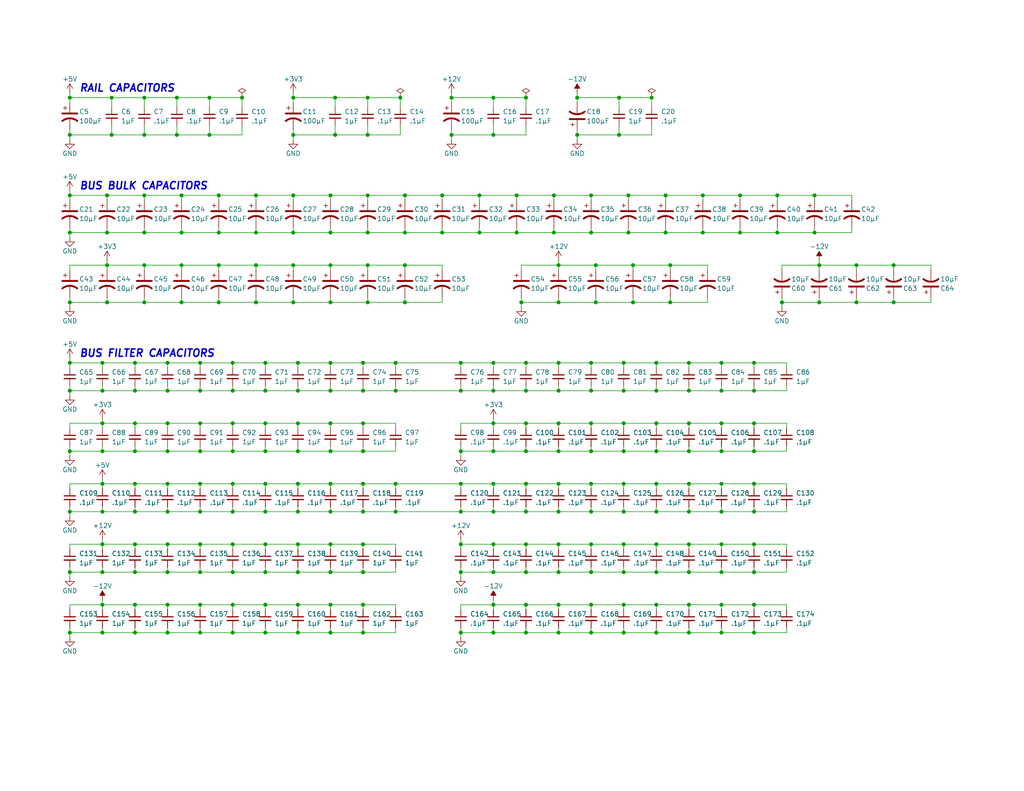
<source format=kicad_sch>
(kicad_sch (version 20250114) (generator "eeschema") (generator_version "9.0")
  (paper "USLetter")
  (title_block (date "2026-02-16") (company "MicroHobbyist") (comment 1 "Frédéric Segard"))
  (text "BUS BULK CAPACITORS" (at 21.59 52.07 0) (effects (font (size 2 2) (thickness 0.4) (bold yes) (italic yes)) (justify left bottom)))
  (text "RAIL CAPACITORS" (at 21.59 25.4 0) (effects (font (size 2 2) (thickness 0.4) (bold yes) (italic yes)) (justify left bottom)))
  (text "BUS FILTER CAPACITORS" (at 21.59 97.79 0) (effects (font (size 2 2) (thickness 0.4) (bold yes) (italic yes)) (justify left bottom)))
  (junction (at 81.28 99.06))
  (junction (at 134.62 36.83))
  (junction (at 179.07 123.19))
  (junction (at 90.17 123.19))
  (junction (at 179.07 139.7))
  (junction (at 152.4 156.21))
  (junction (at 45.72 99.06))
  (junction (at 90.17 72.39))
  (junction (at 125.73 123.19))
  (junction (at 81.28 148.59))
  (junction (at 172.72 72.39))
  (junction (at 187.96 123.19))
  (junction (at 152.4 148.59))
  (junction (at 191.77 53.34))
  (junction (at 39.37 82.55))
  (junction (at 196.85 148.59))
  (junction (at 30.48 36.83))
  (junction (at 143.51 156.21))
  (junction (at 59.69 72.39))
  (junction (at 59.69 82.55))
  (junction (at 196.85 139.7))
  (junction (at 143.51 123.19))
  (junction (at 107.95 132.08))
  (junction (at 59.69 53.34))
  (junction (at 29.21 53.34))
  (junction (at 19.05 53.34))
  (junction (at 81.28 106.68))
  (junction (at 125.73 99.06))
  (junction (at 63.5 132.08))
  (junction (at 110.49 72.39))
  (junction (at 72.39 139.7))
  (junction (at 123.19 36.83))
  (junction (at 179.07 106.68))
  (junction (at 161.29 106.68))
  (junction (at 45.72 132.08))
  (junction (at 27.94 156.21))
  (junction (at 100.33 72.39))
  (junction (at 205.74 99.06))
  (junction (at 168.91 36.83))
  (junction (at 187.96 139.7))
  (junction (at 171.45 53.34))
  (junction (at 152.4 72.39))
  (junction (at 171.45 63.5))
  (junction (at 19.05 82.55))
  (junction (at 170.18 132.08))
  (junction (at 19.05 139.7))
  (junction (at 27.94 106.68))
  (junction (at 187.96 156.21))
  (junction (at 170.18 123.19))
  (junction (at 54.61 148.59))
  (junction (at 90.17 99.06))
  (junction (at 45.72 165.1))
  (junction (at 125.73 172.72))
  (junction (at 152.4 99.06))
  (junction (at 170.18 172.72))
  (junction (at 170.18 139.7))
  (junction (at 45.72 106.68))
  (junction (at 19.05 172.72))
  (junction (at 80.01 53.34))
  (junction (at 125.73 106.68))
  (junction (at 143.51 148.59))
  (junction (at 130.81 63.5))
  (junction (at 157.48 26.67))
  (junction (at 99.06 172.72))
  (junction (at 36.83 148.59))
  (junction (at 54.61 172.72))
  (junction (at 143.51 99.06))
  (junction (at 49.53 53.34))
  (junction (at 205.74 165.1))
  (junction (at 109.22 26.67))
  (junction (at 90.17 63.5))
  (junction (at 152.4 115.57))
  (junction (at 99.06 123.19))
  (junction (at 196.85 99.06))
  (junction (at 134.62 148.59))
  (junction (at 143.51 172.72))
  (junction (at 196.85 172.72))
  (junction (at 123.19 26.67))
  (junction (at 212.09 53.34))
  (junction (at 170.18 99.06))
  (junction (at 39.37 26.67))
  (junction (at 90.17 82.55))
  (junction (at 143.51 106.68))
  (junction (at 54.61 156.21))
  (junction (at 29.21 82.55))
  (junction (at 161.29 99.06))
  (junction (at 143.51 165.1))
  (junction (at 152.4 132.08))
  (junction (at 39.37 72.39))
  (junction (at 81.28 165.1))
  (junction (at 81.28 139.7))
  (junction (at 161.29 132.08))
  (junction (at 36.83 123.19))
  (junction (at 54.61 132.08))
  (junction (at 120.65 53.34))
  (junction (at 107.95 139.7))
  (junction (at 152.4 123.19))
  (junction (at 170.18 156.21))
  (junction (at 27.94 123.19))
  (junction (at 179.07 148.59))
  (junction (at 196.85 156.21))
  (junction (at 161.29 148.59))
  (junction (at 19.05 36.83))
  (junction (at 99.06 148.59))
  (junction (at 29.21 72.39))
  (junction (at 161.29 172.72))
  (junction (at 39.37 63.5))
  (junction (at 107.95 99.06))
  (junction (at 63.5 115.57))
  (junction (at 90.17 165.1))
  (junction (at 69.85 82.55))
  (junction (at 91.44 36.83))
  (junction (at 72.39 156.21))
  (junction (at 54.61 106.68))
  (junction (at 100.33 36.83))
  (junction (at 81.28 123.19))
  (junction (at 222.25 63.5))
  (junction (at 196.85 115.57))
  (junction (at 63.5 139.7))
  (junction (at 187.96 99.06))
  (junction (at 63.5 99.06))
  (junction (at 63.5 106.68))
  (junction (at 179.07 132.08))
  (junction (at 201.93 63.5))
  (junction (at 49.53 63.5))
  (junction (at 243.84 82.55))
  (junction (at 110.49 63.5))
  (junction (at 80.01 72.39))
  (junction (at 36.83 106.68))
  (junction (at 120.65 63.5))
  (junction (at 63.5 123.19))
  (junction (at 54.61 165.1))
  (junction (at 140.97 63.5))
  (junction (at 36.83 132.08))
  (junction (at 205.74 123.19))
  (junction (at 48.26 26.67))
  (junction (at 205.74 172.72))
  (junction (at 187.96 165.1))
  (junction (at 170.18 148.59))
  (junction (at 110.49 82.55))
  (junction (at 100.33 82.55))
  (junction (at 99.06 165.1))
  (junction (at 99.06 156.21))
  (junction (at 125.73 139.7))
  (junction (at 212.09 63.5))
  (junction (at 27.94 132.08))
  (junction (at 196.85 106.68))
  (junction (at 19.05 63.5))
  (junction (at 72.39 115.57))
  (junction (at 49.53 72.39))
  (junction (at 179.07 115.57))
  (junction (at 179.07 172.72))
  (junction (at 63.5 165.1))
  (junction (at 19.05 99.06))
  (junction (at 99.06 106.68))
  (junction (at 140.97 53.34))
  (junction (at 162.56 72.39))
  (junction (at 49.53 82.55))
  (junction (at 63.5 172.72))
  (junction (at 161.29 165.1))
  (junction (at 19.05 156.21))
  (junction (at 205.74 148.59))
  (junction (at 54.61 99.06))
  (junction (at 213.36 82.55))
  (junction (at 201.93 53.34))
  (junction (at 80.01 26.67))
  (junction (at 29.21 63.5))
  (junction (at 90.17 148.59))
  (junction (at 187.96 106.68))
  (junction (at 90.17 106.68))
  (junction (at 152.4 165.1))
  (junction (at 36.83 139.7))
  (junction (at 90.17 53.34))
  (junction (at 170.18 165.1))
  (junction (at 36.83 99.06))
  (junction (at 27.94 115.57))
  (junction (at 134.62 106.68))
  (junction (at 205.74 156.21))
  (junction (at 187.96 132.08))
  (junction (at 134.62 26.67))
  (junction (at 80.01 82.55))
  (junction (at 172.72 82.55))
  (junction (at 90.17 156.21))
  (junction (at 179.07 165.1))
  (junction (at 39.37 53.34))
  (junction (at 66.04 26.67))
  (junction (at 179.07 99.06))
  (junction (at 196.85 123.19))
  (junction (at 36.83 115.57))
  (junction (at 152.4 139.7))
  (junction (at 168.91 26.67))
  (junction (at 205.74 106.68))
  (junction (at 170.18 106.68))
  (junction (at 72.39 165.1))
  (junction (at 45.72 156.21))
  (junction (at 152.4 106.68))
  (junction (at 223.52 72.39))
  (junction (at 90.17 139.7))
  (junction (at 45.72 123.19))
  (junction (at 45.72 172.72))
  (junction (at 80.01 63.5))
  (junction (at 161.29 123.19))
  (junction (at 134.62 139.7))
  (junction (at 177.8 26.67))
  (junction (at 63.5 156.21))
  (junction (at 152.4 172.72))
  (junction (at 205.74 139.7))
  (junction (at 99.06 99.06))
  (junction (at 179.07 156.21))
  (junction (at 54.61 123.19))
  (junction (at 36.83 172.72))
  (junction (at 90.17 115.57))
  (junction (at 233.68 72.39))
  (junction (at 30.48 26.67))
  (junction (at 63.5 148.59))
  (junction (at 69.85 63.5))
  (junction (at 27.94 165.1))
  (junction (at 69.85 72.39))
  (junction (at 72.39 132.08))
  (junction (at 134.62 123.19))
  (junction (at 27.94 172.72))
  (junction (at 99.06 115.57))
  (junction (at 99.06 139.7))
  (junction (at 57.15 26.67))
  (junction (at 54.61 115.57))
  (junction (at 161.29 139.7))
  (junction (at 223.52 82.55))
  (junction (at 243.84 72.39))
  (junction (at 36.83 156.21))
  (junction (at 100.33 53.34))
  (junction (at 157.48 36.83))
  (junction (at 143.51 115.57))
  (junction (at 19.05 123.19))
  (junction (at 187.96 115.57))
  (junction (at 170.18 115.57))
  (junction (at 45.72 115.57))
  (junction (at 81.28 156.21))
  (junction (at 134.62 132.08))
  (junction (at 36.83 165.1))
  (junction (at 45.72 148.59))
  (junction (at 125.73 156.21))
  (junction (at 182.88 72.39))
  (junction (at 134.62 156.21))
  (junction (at 100.33 63.5))
  (junction (at 99.06 132.08))
  (junction (at 162.56 82.55))
  (junction (at 143.51 139.7))
  (junction (at 187.96 148.59))
  (junction (at 19.05 106.68))
  (junction (at 161.29 53.34))
  (junction (at 151.13 63.5))
  (junction (at 125.73 132.08))
  (junction (at 72.39 148.59))
  (junction (at 27.94 99.06))
  (junction (at 205.74 115.57))
  (junction (at 134.62 115.57))
  (junction (at 107.95 106.68))
  (junction (at 27.94 139.7))
  (junction (at 110.49 53.34))
  (junction (at 48.26 36.83))
  (junction (at 205.74 132.08))
  (junction (at 151.13 53.34))
  (junction (at 72.39 123.19))
  (junction (at 125.73 148.59))
  (junction (at 81.28 132.08))
  (junction (at 134.62 165.1))
  (junction (at 187.96 172.72))
  (junction (at 69.85 53.34))
  (junction (at 39.37 36.83))
  (junction (at 90.17 132.08))
  (junction (at 143.51 26.67))
  (junction (at 80.01 36.83))
  (junction (at 57.15 36.83))
  (junction (at 196.85 132.08))
  (junction (at 161.29 115.57))
  (junction (at 91.44 26.67))
  (junction (at 222.25 53.34))
  (junction (at 100.33 26.67))
  (junction (at 72.39 106.68))
  (junction (at 161.29 63.5))
  (junction (at 72.39 99.06))
  (junction (at 27.94 148.59))
  (junction (at 90.17 172.72))
  (junction (at 81.28 115.57))
  (junction (at 233.68 82.55))
  (junction (at 196.85 165.1))
  (junction (at 19.05 26.67))
  (junction (at 54.61 139.7))
  (junction (at 181.61 63.5))
  (junction (at 181.61 53.34))
  (junction (at 182.88 82.55))
  (junction (at 72.39 172.72))
  (junction (at 191.77 63.5))
  (junction (at 134.62 99.06))
  (junction (at 81.28 172.72))
  (junction (at 130.81 53.34))
  (junction (at 45.72 139.7))
  (junction (at 134.62 172.72))
  (junction (at 142.24 82.55))
  (junction (at 143.51 132.08))
  (junction (at 152.4 82.55))
  (junction (at 161.29 156.21))
  (junction (at 59.69 63.5))
  (wire (pts (xy 222.25 63.5) (xy 232.41 63.5)))
  (wire (pts (xy 110.49 72.39) (xy 120.65 72.39)))
  (wire (pts (xy 143.51 156.21) (xy 152.4 156.21)))
  (wire (pts (xy 214.63 99.06) (xy 214.63 100.33)))
  (wire (pts (xy 63.5 154.94) (xy 63.5 156.21)))
  (wire (pts (xy 19.05 123.19) (xy 19.05 124.46)))
  (wire (pts (xy 205.74 171.45) (xy 205.74 172.72)))
  (wire (pts (xy 143.51 154.94) (xy 143.51 156.21)))
  (wire (pts (xy 223.52 81.28) (xy 223.52 82.55)))
  (wire (pts (xy 205.74 172.72) (xy 214.63 172.72)))
  (wire (pts (xy 171.45 62.23) (xy 171.45 63.5)))
  (wire (pts (xy 196.85 171.45) (xy 196.85 172.72)))
  (wire (pts (xy 172.72 81.28) (xy 172.72 82.55)))
  (wire (pts (xy 187.96 106.68) (xy 196.85 106.68)))
  (wire (pts (xy 90.17 132.08) (xy 90.17 133.35)))
  (wire (pts (xy 54.61 115.57) (xy 54.61 116.84)))
  (wire (pts (xy 157.48 36.83) (xy 168.91 36.83)))
  (wire (pts (xy 59.69 82.55) (xy 69.85 82.55)))
  (wire (pts (xy 80.01 72.39) (xy 90.17 72.39)))
  (wire (pts (xy 161.29 99.06) (xy 161.29 100.33)))
  (wire (pts (xy 19.05 26.67) (xy 19.05 27.94)))
  (wire (pts (xy 179.07 99.06) (xy 187.96 99.06)))
  (wire (pts (xy 157.48 26.67) (xy 157.48 27.94)))
  (wire (pts (xy 143.51 132.08) (xy 143.51 133.35)))
  (wire (pts (xy 39.37 82.55) (xy 49.53 82.55)))
  (wire (pts (xy 187.96 99.06) (xy 187.96 100.33)))
  (wire (pts (xy 168.91 34.29) (xy 168.91 36.83)))
  (wire (pts (xy 214.63 115.57) (xy 214.63 116.84)))
  (wire (pts (xy 182.88 82.55) (xy 193.04 82.55)))
  (wire (pts (xy 125.73 148.59) (xy 134.62 148.59)))
  (wire (pts (xy 107.95 99.06) (xy 125.73 99.06)))
  (wire (pts (xy 152.4 148.59) (xy 161.29 148.59)))
  (wire (pts (xy 19.05 121.92) (xy 19.05 123.19)))
  (wire (pts (xy 19.05 63.5) (xy 29.21 63.5)))
  (wire (pts (xy 59.69 72.39) (xy 69.85 72.39)))
  (wire (pts (xy 182.88 72.39) (xy 193.04 72.39)))
  (wire (pts (xy 191.77 62.23) (xy 191.77 63.5)))
  (wire (pts (xy 72.39 165.1) (xy 72.39 166.37)))
  (wire (pts (xy 27.94 148.59) (xy 36.83 148.59)))
  (wire (pts (xy 143.51 172.72) (xy 152.4 172.72)))
  (wire (pts (xy 170.18 148.59) (xy 179.07 148.59)))
  (wire (pts (xy 69.85 53.34) (xy 80.01 53.34)))
  (wire (pts (xy 177.8 34.29) (xy 177.8 36.83)))
  (wire (pts (xy 72.39 99.06) (xy 72.39 100.33)))
  (wire (pts (xy 100.33 63.5) (xy 110.49 63.5)))
  (wire (pts (xy 54.61 115.57) (xy 63.5 115.57)))
  (wire (pts (xy 57.15 34.29) (xy 57.15 36.83)))
  (wire (pts (xy 81.28 106.68) (xy 90.17 106.68)))
  (wire (pts (xy 19.05 139.7) (xy 19.05 140.97)))
  (wire (pts (xy 45.72 105.41) (xy 45.72 106.68)))
  (wire (pts (xy 168.91 26.67) (xy 177.8 26.67)))
  (wire (pts (xy 27.94 154.94) (xy 27.94 156.21)))
  (wire (pts (xy 125.73 156.21) (xy 134.62 156.21)))
  (wire (pts (xy 134.62 105.41) (xy 134.62 106.68)))
  (wire (pts (xy 182.88 73.66) (xy 182.88 72.39)))
  (wire (pts (xy 171.45 63.5) (xy 181.61 63.5)))
  (wire (pts (xy 125.73 147.32) (xy 125.73 148.59)))
  (wire (pts (xy 63.5 148.59) (xy 72.39 148.59)))
  (wire (pts (xy 243.84 81.28) (xy 243.84 82.55)))
  (wire (pts (xy 179.07 121.92) (xy 179.07 123.19)))
  (wire (pts (xy 125.73 165.1) (xy 134.62 165.1)))
  (wire (pts (xy 36.83 139.7) (xy 45.72 139.7)))
  (wire (pts (xy 172.72 72.39) (xy 172.72 73.66)))
  (wire (pts (xy 142.24 72.39) (xy 142.24 73.66)))
  (wire (pts (xy 152.4 81.28) (xy 152.4 82.55)))
  (wire (pts (xy 123.19 36.83) (xy 134.62 36.83)))
  (wire (pts (xy 143.51 148.59) (xy 152.4 148.59)))
  (wire (pts (xy 120.65 81.28) (xy 120.65 82.55)))
  (wire (pts (xy 72.39 154.94) (xy 72.39 156.21)))
  (wire (pts (xy 19.05 148.59) (xy 27.94 148.59)))
  (wire (pts (xy 90.17 171.45) (xy 90.17 172.72)))
  (wire (pts (xy 81.28 132.08) (xy 90.17 132.08)))
  (wire (pts (xy 36.83 99.06) (xy 36.83 100.33)))
  (wire (pts (xy 161.29 53.34) (xy 161.29 54.61)))
  (wire (pts (xy 152.4 165.1) (xy 152.4 166.37)))
  (wire (pts (xy 222.25 53.34) (xy 222.25 54.61)))
  (wire (pts (xy 161.29 105.41) (xy 161.29 106.68)))
  (wire (pts (xy 151.13 62.23) (xy 151.13 63.5)))
  (wire (pts (xy 27.94 139.7) (xy 36.83 139.7)))
  (wire (pts (xy 29.21 53.34) (xy 39.37 53.34)))
  (wire (pts (xy 214.63 121.92) (xy 214.63 123.19)))
  (wire (pts (xy 69.85 63.5) (xy 80.01 63.5)))
  (wire (pts (xy 170.18 115.57) (xy 179.07 115.57)))
  (wire (pts (xy 187.96 115.57) (xy 196.85 115.57)))
  (wire (pts (xy 19.05 172.72) (xy 27.94 172.72)))
  (wire (pts (xy 214.63 148.59) (xy 214.63 149.86)))
  (wire (pts (xy 19.05 25.4) (xy 19.05 26.67)))
  (wire (pts (xy 152.4 172.72) (xy 161.29 172.72)))
  (wire (pts (xy 81.28 123.19) (xy 90.17 123.19)))
  (wire (pts (xy 36.83 165.1) (xy 45.72 165.1)))
  (wire (pts (xy 45.72 106.68) (xy 54.61 106.68)))
  (wire (pts (xy 143.51 115.57) (xy 152.4 115.57)))
  (wire (pts (xy 179.07 171.45) (xy 179.07 172.72)))
  (wire (pts (xy 170.18 171.45) (xy 170.18 172.72)))
  (wire (pts (xy 39.37 81.28) (xy 39.37 82.55)))
  (wire (pts (xy 171.45 53.34) (xy 171.45 54.61)))
  (wire (pts (xy 27.94 115.57) (xy 36.83 115.57)))
  (wire (pts (xy 123.19 26.67) (xy 134.62 26.67)))
  (wire (pts (xy 19.05 132.08) (xy 27.94 132.08)))
  (wire (pts (xy 29.21 72.39) (xy 39.37 72.39)))
  (wire (pts (xy 99.06 132.08) (xy 107.95 132.08)))
  (wire (pts (xy 196.85 156.21) (xy 205.74 156.21)))
  (wire (pts (xy 36.83 105.41) (xy 36.83 106.68)))
  (wire (pts (xy 19.05 72.39) (xy 29.21 72.39)))
  (wire (pts (xy 140.97 63.5) (xy 151.13 63.5)))
  (wire (pts (xy 19.05 72.39) (xy 19.05 73.66)))
  (wire (pts (xy 120.65 73.66) (xy 120.65 72.39)))
  (wire (pts (xy 232.41 62.23) (xy 232.41 63.5)))
  (wire (pts (xy 19.05 156.21) (xy 19.05 157.48)))
  (wire (pts (xy 19.05 154.94) (xy 19.05 156.21)))
  (wire (pts (xy 170.18 115.57) (xy 170.18 116.84)))
  (wire (pts (xy 243.84 82.55) (xy 254 82.55)))
  (wire (pts (xy 179.07 132.08) (xy 187.96 132.08)))
  (wire (pts (xy 45.72 139.7) (xy 54.61 139.7)))
  (wire (pts (xy 179.07 148.59) (xy 187.96 148.59)))
  (wire (pts (xy 191.77 53.34) (xy 201.93 53.34)))
  (wire (pts (xy 80.01 36.83) (xy 91.44 36.83)))
  (wire (pts (xy 54.61 148.59) (xy 54.61 149.86)))
  (wire (pts (xy 27.94 114.3) (xy 27.94 115.57)))
  (wire (pts (xy 212.09 63.5) (xy 222.25 63.5)))
  (wire (pts (xy 161.29 165.1) (xy 161.29 166.37)))
  (wire (pts (xy 36.83 121.92) (xy 36.83 123.19)))
  (wire (pts (xy 19.05 36.83) (xy 30.48 36.83)))
  (wire (pts (xy 90.17 139.7) (xy 99.06 139.7)))
  (wire (pts (xy 19.05 138.43) (xy 19.05 139.7)))
  (wire (pts (xy 161.29 148.59) (xy 170.18 148.59)))
  (wire (pts (xy 143.51 121.92) (xy 143.51 123.19)))
  (wire (pts (xy 90.17 72.39) (xy 90.17 73.66)))
  (wire (pts (xy 27.94 132.08) (xy 36.83 132.08)))
  (wire (pts (xy 90.17 99.06) (xy 99.06 99.06)))
  (wire (pts (xy 45.72 123.19) (xy 54.61 123.19)))
  (wire (pts (xy 27.94 171.45) (xy 27.94 172.72)))
  (wire (pts (xy 90.17 81.28) (xy 90.17 82.55)))
  (wire (pts (xy 19.05 99.06) (xy 19.05 100.33)))
  (wire (pts (xy 130.81 53.34) (xy 130.81 54.61)))
  (wire (pts (xy 196.85 115.57) (xy 205.74 115.57)))
  (wire (pts (xy 110.49 62.23) (xy 110.49 63.5)))
  (wire (pts (xy 125.73 123.19) (xy 134.62 123.19)))
  (wire (pts (xy 72.39 156.21) (xy 81.28 156.21)))
  (wire (pts (xy 90.17 53.34) (xy 100.33 53.34)))
  (wire (pts (xy 36.83 154.94) (xy 36.83 156.21)))
  (wire (pts (xy 196.85 115.57) (xy 196.85 116.84)))
  (wire (pts (xy 213.36 82.55) (xy 213.36 83.82)))
  (wire (pts (xy 152.4 154.94) (xy 152.4 156.21)))
  (wire (pts (xy 81.28 132.08) (xy 81.28 133.35)))
  (wire (pts (xy 90.17 105.41) (xy 90.17 106.68)))
  (wire (pts (xy 143.51 132.08) (xy 152.4 132.08)))
  (wire (pts (xy 125.73 105.41) (xy 125.73 106.68)))
  (wire (pts (xy 143.51 123.19) (xy 152.4 123.19)))
  (wire (pts (xy 161.29 123.19) (xy 170.18 123.19)))
  (wire (pts (xy 196.85 99.06) (xy 196.85 100.33)))
  (wire (pts (xy 123.19 25.4) (xy 123.19 26.67)))
  (wire (pts (xy 107.95 165.1) (xy 107.95 166.37)))
  (wire (pts (xy 179.07 105.41) (xy 179.07 106.68)))
  (wire (pts (xy 36.83 132.08) (xy 36.83 133.35)))
  (wire (pts (xy 100.33 62.23) (xy 100.33 63.5)))
  (wire (pts (xy 214.63 105.41) (xy 214.63 106.68)))
  (wire (pts (xy 134.62 139.7) (xy 143.51 139.7)))
  (wire (pts (xy 90.17 115.57) (xy 90.17 116.84)))
  (wire (pts (xy 205.74 121.92) (xy 205.74 123.19)))
  (wire (pts (xy 99.06 106.68) (xy 107.95 106.68)))
  (wire (pts (xy 63.5 165.1) (xy 63.5 166.37)))
  (wire (pts (xy 63.5 132.08) (xy 72.39 132.08)))
  (wire (pts (xy 205.74 123.19) (xy 214.63 123.19)))
  (wire (pts (xy 19.05 26.67) (xy 30.48 26.67)))
  (wire (pts (xy 80.01 36.83) (xy 80.01 38.1)))
  (wire (pts (xy 125.73 99.06) (xy 134.62 99.06)))
  (wire (pts (xy 157.48 35.56) (xy 157.48 36.83)))
  (wire (pts (xy 191.77 53.34) (xy 191.77 54.61)))
  (wire (pts (xy 152.4 156.21) (xy 161.29 156.21)))
  (wire (pts (xy 80.01 63.5) (xy 90.17 63.5)))
  (wire (pts (xy 54.61 139.7) (xy 63.5 139.7)))
  (wire (pts (xy 179.07 106.68) (xy 187.96 106.68)))
  (wire (pts (xy 99.06 99.06) (xy 107.95 99.06)))
  (wire (pts (xy 125.73 138.43) (xy 125.73 139.7)))
  (wire (pts (xy 223.52 82.55) (xy 233.68 82.55)))
  (wire (pts (xy 72.39 139.7) (xy 81.28 139.7)))
  (wire (pts (xy 187.96 171.45) (xy 187.96 172.72)))
  (wire (pts (xy 134.62 163.83) (xy 134.62 165.1)))
  (wire (pts (xy 161.29 63.5) (xy 171.45 63.5)))
  (wire (pts (xy 80.01 82.55) (xy 90.17 82.55)))
  (wire (pts (xy 54.61 99.06) (xy 54.61 100.33)))
  (wire (pts (xy 161.29 132.08) (xy 161.29 133.35)))
  (wire (pts (xy 187.96 105.41) (xy 187.96 106.68)))
  (wire (pts (xy 187.96 123.19) (xy 196.85 123.19)))
  (wire (pts (xy 27.94 99.06) (xy 27.94 100.33)))
  (wire (pts (xy 213.36 82.55) (xy 223.52 82.55)))
  (wire (pts (xy 187.96 138.43) (xy 187.96 139.7)))
  (wire (pts (xy 36.83 148.59) (xy 36.83 149.86)))
  (wire (pts (xy 196.85 105.41) (xy 196.85 106.68)))
  (wire (pts (xy 134.62 148.59) (xy 143.51 148.59)))
  (wire (pts (xy 27.94 105.41) (xy 27.94 106.68)))
  (wire (pts (xy 170.18 106.68) (xy 179.07 106.68)))
  (wire (pts (xy 125.73 156.21) (xy 125.73 157.48)))
  (wire (pts (xy 99.06 139.7) (xy 107.95 139.7)))
  (wire (pts (xy 19.05 115.57) (xy 27.94 115.57)))
  (wire (pts (xy 99.06 165.1) (xy 99.06 166.37)))
  (wire (pts (xy 54.61 123.19) (xy 63.5 123.19)))
  (wire (pts (xy 134.62 171.45) (xy 134.62 172.72)))
  (wire (pts (xy 152.4 123.19) (xy 161.29 123.19)))
  (wire (pts (xy 223.52 72.39) (xy 233.68 72.39)))
  (wire (pts (xy 45.72 165.1) (xy 54.61 165.1)))
  (wire (pts (xy 100.33 26.67) (xy 100.33 29.21)))
  (wire (pts (xy 123.19 36.83) (xy 123.19 38.1)))
  (wire (pts (xy 63.5 106.68) (xy 72.39 106.68)))
  (wire (pts (xy 39.37 62.23) (xy 39.37 63.5)))
  (wire (pts (xy 49.53 53.34) (xy 59.69 53.34)))
  (wire (pts (xy 81.28 148.59) (xy 90.17 148.59)))
  (wire (pts (xy 80.01 25.4) (xy 80.01 26.67)))
  (wire (pts (xy 63.5 132.08) (xy 63.5 133.35)))
  (wire (pts (xy 63.5 115.57) (xy 63.5 116.84)))
  (wire (pts (xy 162.56 72.39) (xy 172.72 72.39)))
  (wire (pts (xy 63.5 105.41) (xy 63.5 106.68)))
  (wire (pts (xy 187.96 156.21) (xy 196.85 156.21)))
  (wire (pts (xy 179.07 156.21) (xy 187.96 156.21)))
  (wire (pts (xy 80.01 35.56) (xy 80.01 36.83)))
  (wire (pts (xy 201.93 53.34) (xy 201.93 54.61)))
  (wire (pts (xy 205.74 148.59) (xy 214.63 148.59)))
  (wire (pts (xy 100.33 34.29) (xy 100.33 36.83)))
  (wire (pts (xy 125.73 132.08) (xy 134.62 132.08)))
  (wire (pts (xy 161.29 115.57) (xy 161.29 116.84)))
  (wire (pts (xy 45.72 132.08) (xy 45.72 133.35)))
  (wire (pts (xy 134.62 148.59) (xy 134.62 149.86)))
  (wire (pts (xy 72.39 106.68) (xy 81.28 106.68)))
  (wire (pts (xy 63.5 121.92) (xy 63.5 123.19)))
  (wire (pts (xy 151.13 53.34) (xy 161.29 53.34)))
  (wire (pts (xy 233.68 82.55) (xy 233.68 81.28)))
  (wire (pts (xy 125.73 99.06) (xy 125.73 100.33)))
  (wire (pts (xy 143.51 106.68) (xy 152.4 106.68)))
  (wire (pts (xy 201.93 63.5) (xy 212.09 63.5)))
  (wire (pts (xy 168.91 26.67) (xy 168.91 29.21)))
  (wire (pts (xy 125.73 172.72) (xy 134.62 172.72)))
  (wire (pts (xy 30.48 34.29) (xy 30.48 36.83)))
  (wire (pts (xy 19.05 97.79) (xy 19.05 99.06)))
  (wire (pts (xy 72.39 115.57) (xy 72.39 116.84)))
  (wire (pts (xy 80.01 81.28) (xy 80.01 82.55)))
  (wire (pts (xy 99.06 165.1) (xy 107.95 165.1)))
  (wire (pts (xy 91.44 36.83) (xy 100.33 36.83)))
  (wire (pts (xy 205.74 148.59) (xy 205.74 149.86)))
  (wire (pts (xy 45.72 115.57) (xy 54.61 115.57)))
  (wire (pts (xy 187.96 121.92) (xy 187.96 123.19)))
  (wire (pts (xy 30.48 36.83) (xy 39.37 36.83)))
  (wire (pts (xy 223.52 72.39) (xy 223.52 73.66)))
  (wire (pts (xy 27.94 123.19) (xy 36.83 123.19)))
  (wire (pts (xy 120.65 53.34) (xy 120.65 54.61)))
  (wire (pts (xy 69.85 82.55) (xy 80.01 82.55)))
  (wire (pts (xy 120.65 62.23) (xy 120.65 63.5)))
  (wire (pts (xy 193.04 81.28) (xy 193.04 82.55)))
  (wire (pts (xy 45.72 154.94) (xy 45.72 156.21)))
  (wire (pts (xy 125.73 139.7) (xy 134.62 139.7)))
  (wire (pts (xy 54.61 154.94) (xy 54.61 156.21)))
  (wire (pts (xy 130.81 53.34) (xy 140.97 53.34)))
  (wire (pts (xy 134.62 121.92) (xy 134.62 123.19)))
  (wire (pts (xy 19.05 165.1) (xy 27.94 165.1)))
  (wire (pts (xy 72.39 115.57) (xy 81.28 115.57)))
  (wire (pts (xy 172.72 82.55) (xy 182.88 82.55)))
  (wire (pts (xy 162.56 73.66) (xy 162.56 72.39)))
  (wire (pts (xy 196.85 106.68) (xy 205.74 106.68)))
  (wire (pts (xy 161.29 53.34) (xy 171.45 53.34)))
  (wire (pts (xy 134.62 156.21) (xy 143.51 156.21)))
  (wire (pts (xy 90.17 121.92) (xy 90.17 123.19)))
  (wire (pts (xy 205.74 132.08) (xy 214.63 132.08)))
  (wire (pts (xy 39.37 26.67) (xy 48.26 26.67)))
  (wire (pts (xy 170.18 132.08) (xy 179.07 132.08)))
  (wire (pts (xy 152.4 72.39) (xy 152.4 73.66)))
  (wire (pts (xy 72.39 105.41) (xy 72.39 106.68)))
  (wire (pts (xy 161.29 138.43) (xy 161.29 139.7)))
  (wire (pts (xy 170.18 99.06) (xy 179.07 99.06)))
  (wire (pts (xy 49.53 62.23) (xy 49.53 63.5)))
  (wire (pts (xy 99.06 148.59) (xy 99.06 149.86)))
  (wire (pts (xy 81.28 156.21) (xy 90.17 156.21)))
  (wire (pts (xy 72.39 132.08) (xy 72.39 133.35)))
  (wire (pts (xy 143.51 148.59) (xy 143.51 149.86)))
  (wire (pts (xy 223.52 71.12) (xy 223.52 72.39)))
  (wire (pts (xy 69.85 72.39) (xy 80.01 72.39)))
  (wire (pts (xy 90.17 165.1) (xy 90.17 166.37)))
  (wire (pts (xy 205.74 105.41) (xy 205.74 106.68)))
  (wire (pts (xy 66.04 34.29) (xy 66.04 36.83)))
  (wire (pts (xy 81.28 138.43) (xy 81.28 139.7)))
  (wire (pts (xy 90.17 154.94) (xy 90.17 156.21)))
  (wire (pts (xy 181.61 53.34) (xy 181.61 54.61)))
  (wire (pts (xy 19.05 52.07) (xy 19.05 53.34)))
  (wire (pts (xy 19.05 82.55) (xy 29.21 82.55)))
  (wire (pts (xy 63.5 99.06) (xy 72.39 99.06)))
  (wire (pts (xy 142.24 82.55) (xy 142.24 83.82)))
  (wire (pts (xy 19.05 123.19) (xy 27.94 123.19)))
  (wire (pts (xy 196.85 148.59) (xy 196.85 149.86)))
  (wire (pts (xy 125.73 121.92) (xy 125.73 123.19)))
  (wire (pts (xy 63.5 138.43) (xy 63.5 139.7)))
  (wire (pts (xy 161.29 99.06) (xy 170.18 99.06)))
  (wire (pts (xy 19.05 171.45) (xy 19.05 172.72)))
  (wire (pts (xy 81.28 165.1) (xy 81.28 166.37)))
  (wire (pts (xy 29.21 63.5) (xy 39.37 63.5)))
  (wire (pts (xy 152.4 115.57) (xy 152.4 116.84)))
  (wire (pts (xy 179.07 148.59) (xy 179.07 149.86)))
  (wire (pts (xy 205.74 115.57) (xy 214.63 115.57)))
  (wire (pts (xy 205.74 99.06) (xy 205.74 100.33)))
  (wire (pts (xy 152.4 115.57) (xy 161.29 115.57)))
  (wire (pts (xy 99.06 132.08) (xy 99.06 133.35)))
  (wire (pts (xy 29.21 53.34) (xy 29.21 54.61)))
  (wire (pts (xy 125.73 172.72) (xy 125.73 173.99)))
  (wire (pts (xy 243.84 72.39) (xy 243.84 73.66)))
  (wire (pts (xy 214.63 132.08) (xy 214.63 133.35)))
  (wire (pts (xy 19.05 53.34) (xy 29.21 53.34)))
  (wire (pts (xy 49.53 82.55) (xy 59.69 82.55)))
  (wire (pts (xy 196.85 99.06) (xy 205.74 99.06)))
  (wire (pts (xy 39.37 72.39) (xy 49.53 72.39)))
  (wire (pts (xy 161.29 148.59) (xy 161.29 149.86)))
  (wire (pts (xy 29.21 82.55) (xy 39.37 82.55)))
  (wire (pts (xy 81.28 105.41) (xy 81.28 106.68)))
  (wire (pts (xy 170.18 99.06) (xy 170.18 100.33)))
  (wire (pts (xy 201.93 53.34) (xy 212.09 53.34)))
  (wire (pts (xy 54.61 105.41) (xy 54.61 106.68)))
  (wire (pts (xy 110.49 81.28) (xy 110.49 82.55)))
  (wire (pts (xy 134.62 114.3) (xy 134.62 115.57)))
  (wire (pts (xy 182.88 81.28) (xy 182.88 82.55)))
  (wire (pts (xy 69.85 53.34) (xy 69.85 54.61)))
  (wire (pts (xy 90.17 62.23) (xy 90.17 63.5)))
  (wire (pts (xy 19.05 105.41) (xy 19.05 106.68)))
  (wire (pts (xy 170.18 121.92) (xy 170.18 123.19)))
  (wire (pts (xy 205.74 138.43) (xy 205.74 139.7)))
  (wire (pts (xy 27.94 106.68) (xy 36.83 106.68)))
  (wire (pts (xy 27.94 163.83) (xy 27.94 165.1)))
  (wire (pts (xy 233.68 82.55) (xy 243.84 82.55)))
  (wire (pts (xy 134.62 26.67) (xy 134.62 29.21)))
  (wire (pts (xy 170.18 105.41) (xy 170.18 106.68)))
  (wire (pts (xy 201.93 62.23) (xy 201.93 63.5)))
  (wire (pts (xy 27.94 121.92) (xy 27.94 123.19)))
  (wire (pts (xy 99.06 172.72) (xy 107.95 172.72)))
  (wire (pts (xy 107.95 138.43) (xy 107.95 139.7)))
  (wire (pts (xy 152.4 171.45) (xy 152.4 172.72)))
  (wire (pts (xy 193.04 72.39) (xy 193.04 73.66)))
  (wire (pts (xy 187.96 132.08) (xy 196.85 132.08)))
  (wire (pts (xy 90.17 53.34) (xy 90.17 54.61)))
  (wire (pts (xy 100.33 72.39) (xy 110.49 72.39)))
  (wire (pts (xy 72.39 172.72) (xy 81.28 172.72)))
  (wire (pts (xy 212.09 53.34) (xy 222.25 53.34)))
  (wire (pts (xy 187.96 99.06) (xy 196.85 99.06)))
  (wire (pts (xy 72.39 121.92) (xy 72.39 123.19)))
  (wire (pts (xy 213.36 81.28) (xy 213.36 82.55)))
  (wire (pts (xy 29.21 72.39) (xy 29.21 73.66)))
  (wire (pts (xy 90.17 172.72) (xy 99.06 172.72)))
  (wire (pts (xy 254 82.55) (xy 254 81.28)))
  (wire (pts (xy 81.28 171.45) (xy 81.28 172.72)))
  (wire (pts (xy 90.17 106.68) (xy 99.06 106.68)))
  (wire (pts (xy 125.73 165.1) (xy 125.73 166.37)))
  (wire (pts (xy 152.4 106.68) (xy 161.29 106.68)))
  (wire (pts (xy 125.73 171.45) (xy 125.73 172.72)))
  (wire (pts (xy 161.29 121.92) (xy 161.29 123.19)))
  (wire (pts (xy 45.72 132.08) (xy 54.61 132.08)))
  (wire (pts (xy 170.18 123.19) (xy 179.07 123.19)))
  (wire (pts (xy 36.83 172.72) (xy 45.72 172.72)))
  (wire (pts (xy 143.51 34.29) (xy 143.51 36.83)))
  (wire (pts (xy 99.06 105.41) (xy 99.06 106.68)))
  (wire (pts (xy 212.09 62.23) (xy 212.09 63.5)))
  (wire (pts (xy 39.37 53.34) (xy 49.53 53.34)))
  (wire (pts (xy 39.37 36.83) (xy 48.26 36.83)))
  (wire (pts (xy 181.61 53.34) (xy 191.77 53.34)))
  (wire (pts (xy 254 72.39) (xy 254 73.66)))
  (wire (pts (xy 80.01 53.34) (xy 90.17 53.34)))
  (wire (pts (xy 152.4 165.1) (xy 161.29 165.1)))
  (wire (pts (xy 161.29 62.23) (xy 161.29 63.5)))
  (wire (pts (xy 27.94 138.43) (xy 27.94 139.7)))
  (wire (pts (xy 134.62 106.68) (xy 143.51 106.68)))
  (wire (pts (xy 99.06 156.21) (xy 107.95 156.21)))
  (wire (pts (xy 81.28 99.06) (xy 90.17 99.06)))
  (wire (pts (xy 161.29 154.94) (xy 161.29 156.21)))
  (wire (pts (xy 161.29 106.68) (xy 170.18 106.68)))
  (wire (pts (xy 181.61 62.23) (xy 181.61 63.5)))
  (wire (pts (xy 27.94 156.21) (xy 36.83 156.21)))
  (wire (pts (xy 168.91 36.83) (xy 177.8 36.83)))
  (wire (pts (xy 90.17 138.43) (xy 90.17 139.7)))
  (wire (pts (xy 110.49 72.39) (xy 110.49 73.66)))
  (wire (pts (xy 152.4 82.55) (xy 162.56 82.55)))
  (wire (pts (xy 179.07 99.06) (xy 179.07 100.33)))
  (wire (pts (xy 179.07 132.08) (xy 179.07 133.35)))
  (wire (pts (xy 143.51 165.1) (xy 143.51 166.37)))
  (wire (pts (xy 151.13 63.5) (xy 161.29 63.5)))
  (wire (pts (xy 125.73 154.94) (xy 125.73 156.21)))
  (wire (pts (xy 110.49 82.55) (xy 120.65 82.55)))
  (wire (pts (xy 214.63 154.94) (xy 214.63 156.21)))
  (wire (pts (xy 39.37 63.5) (xy 49.53 63.5)))
  (wire (pts (xy 205.74 154.94) (xy 205.74 156.21)))
  (wire (pts (xy 39.37 26.67) (xy 39.37 29.21)))
  (wire (pts (xy 170.18 148.59) (xy 170.18 149.86)))
  (wire (pts (xy 81.28 115.57) (xy 81.28 116.84)))
  (wire (pts (xy 81.28 139.7) (xy 90.17 139.7)))
  (wire (pts (xy 99.06 121.92) (xy 99.06 123.19)))
  (wire (pts (xy 170.18 165.1) (xy 170.18 166.37)))
  (wire (pts (xy 72.39 165.1) (xy 81.28 165.1)))
  (wire (pts (xy 80.01 62.23) (xy 80.01 63.5)))
  (wire (pts (xy 54.61 106.68) (xy 63.5 106.68)))
  (wire (pts (xy 54.61 171.45) (xy 54.61 172.72)))
  (wire (pts (xy 39.37 72.39) (xy 39.37 73.66)))
  (wire (pts (xy 125.73 148.59) (xy 125.73 149.86)))
  (wire (pts (xy 120.65 53.34) (xy 130.81 53.34)))
  (wire (pts (xy 99.06 148.59) (xy 107.95 148.59)))
  (wire (pts (xy 179.07 154.94) (xy 179.07 156.21)))
  (wire (pts (xy 134.62 172.72) (xy 143.51 172.72)))
  (wire (pts (xy 125.73 115.57) (xy 125.73 116.84)))
  (wire (pts (xy 45.72 121.92) (xy 45.72 123.19)))
  (wire (pts (xy 179.07 165.1) (xy 187.96 165.1)))
  (wire (pts (xy 69.85 81.28) (xy 69.85 82.55)))
  (wire (pts (xy 157.48 26.67) (xy 168.91 26.67)))
  (wire (pts (xy 161.29 156.21) (xy 170.18 156.21)))
  (wire (pts (xy 140.97 53.34) (xy 151.13 53.34)))
  (wire (pts (xy 196.85 165.1) (xy 196.85 166.37)))
  (wire (pts (xy 107.95 132.08) (xy 107.95 133.35)))
  (wire (pts (xy 213.36 72.39) (xy 223.52 72.39)))
  (wire (pts (xy 214.63 165.1) (xy 214.63 166.37)))
  (wire (pts (xy 205.74 132.08) (xy 205.74 133.35)))
  (wire (pts (xy 63.5 171.45) (xy 63.5 172.72)))
  (wire (pts (xy 107.95 148.59) (xy 107.95 149.86)))
  (wire (pts (xy 45.72 171.45) (xy 45.72 172.72)))
  (wire (pts (xy 179.07 139.7) (xy 187.96 139.7)))
  (wire (pts (xy 143.51 115.57) (xy 143.51 116.84)))
  (wire (pts (xy 161.29 115.57) (xy 170.18 115.57)))
  (wire (pts (xy 48.26 34.29) (xy 48.26 36.83)))
  (wire (pts (xy 134.62 115.57) (xy 143.51 115.57)))
  (wire (pts (xy 110.49 53.34) (xy 120.65 53.34)))
  (wire (pts (xy 66.04 26.67) (xy 66.04 29.21)))
  (wire (pts (xy 157.48 36.83) (xy 157.48 38.1)))
  (wire (pts (xy 27.94 148.59) (xy 27.94 149.86)))
  (wire (pts (xy 179.07 115.57) (xy 187.96 115.57)))
  (wire (pts (xy 45.72 156.21) (xy 54.61 156.21)))
  (wire (pts (xy 134.62 154.94) (xy 134.62 156.21)))
  (wire (pts (xy 100.33 72.39) (xy 100.33 73.66)))
  (wire (pts (xy 130.81 63.5) (xy 140.97 63.5)))
  (wire (pts (xy 90.17 132.08) (xy 99.06 132.08)))
  (wire (pts (xy 134.62 26.67) (xy 143.51 26.67)))
  (wire (pts (xy 205.74 165.1) (xy 205.74 166.37)))
  (wire (pts (xy 29.21 81.28) (xy 29.21 82.55)))
  (wire (pts (xy 191.77 63.5) (xy 201.93 63.5)))
  (wire (pts (xy 91.44 26.67) (xy 91.44 29.21)))
  (wire (pts (xy 152.4 99.06) (xy 161.29 99.06)))
  (wire (pts (xy 213.36 72.39) (xy 213.36 73.66)))
  (wire (pts (xy 45.72 172.72) (xy 54.61 172.72)))
  (wire (pts (xy 196.85 121.92) (xy 196.85 123.19)))
  (wire (pts (xy 232.41 53.34) (xy 232.41 54.61)))
  (wire (pts (xy 36.83 132.08) (xy 45.72 132.08)))
  (wire (pts (xy 143.51 171.45) (xy 143.51 172.72)))
  (wire (pts (xy 63.5 165.1) (xy 72.39 165.1)))
  (wire (pts (xy 45.72 115.57) (xy 45.72 116.84)))
  (wire (pts (xy 152.4 121.92) (xy 152.4 123.19)))
  (wire (pts (xy 59.69 53.34) (xy 59.69 54.61)))
  (wire (pts (xy 19.05 106.68) (xy 19.05 107.95)))
  (wire (pts (xy 36.83 165.1) (xy 36.83 166.37)))
  (wire (pts (xy 54.61 165.1) (xy 63.5 165.1)))
  (wire (pts (xy 134.62 132.08) (xy 143.51 132.08)))
  (wire (pts (xy 157.48 25.4) (xy 157.48 26.67)))
  (wire (pts (xy 54.61 132.08) (xy 63.5 132.08)))
  (wire (pts (xy 107.95 99.06) (xy 107.95 100.33)))
  (wire (pts (xy 143.51 138.43) (xy 143.51 139.7)))
  (wire (pts (xy 161.29 171.45) (xy 161.29 172.72)))
  (wire (pts (xy 69.85 73.66) (xy 69.85 72.39)))
  (wire (pts (xy 45.72 138.43) (xy 45.72 139.7)))
  (wire (pts (xy 123.19 35.56) (xy 123.19 36.83)))
  (wire (pts (xy 54.61 172.72) (xy 63.5 172.72)))
  (wire (pts (xy 57.15 26.67) (xy 66.04 26.67)))
  (wire (pts (xy 179.07 165.1) (xy 179.07 166.37)))
  (wire (pts (xy 172.72 72.39) (xy 182.88 72.39)))
  (wire (pts (xy 19.05 99.06) (xy 27.94 99.06)))
  (wire (pts (xy 99.06 115.57) (xy 107.95 115.57)))
  (wire (pts (xy 243.84 72.39) (xy 254 72.39)))
  (wire (pts (xy 187.96 115.57) (xy 187.96 116.84)))
  (wire (pts (xy 170.18 139.7) (xy 179.07 139.7)))
  (wire (pts (xy 63.5 139.7) (xy 72.39 139.7)))
  (wire (pts (xy 80.01 72.39) (xy 80.01 73.66)))
  (wire (pts (xy 36.83 148.59) (xy 45.72 148.59)))
  (wire (pts (xy 187.96 172.72) (xy 196.85 172.72)))
  (wire (pts (xy 19.05 81.28) (xy 19.05 82.55)))
  (wire (pts (xy 59.69 63.5) (xy 69.85 63.5)))
  (wire (pts (xy 72.39 138.43) (xy 72.39 139.7)))
  (wire (pts (xy 181.61 63.5) (xy 191.77 63.5)))
  (wire (pts (xy 48.26 36.83) (xy 57.15 36.83)))
  (wire (pts (xy 63.5 123.19) (xy 72.39 123.19)))
  (wire (pts (xy 72.39 148.59) (xy 81.28 148.59)))
  (wire (pts (xy 100.33 53.34) (xy 110.49 53.34)))
  (wire (pts (xy 57.15 26.67) (xy 57.15 29.21)))
  (wire (pts (xy 170.18 156.21) (xy 179.07 156.21)))
  (wire (pts (xy 27.94 115.57) (xy 27.94 116.84)))
  (wire (pts (xy 196.85 165.1) (xy 205.74 165.1)))
  (wire (pts (xy 29.21 62.23) (xy 29.21 63.5)))
  (wire (pts (xy 72.39 171.45) (xy 72.39 172.72)))
  (wire (pts (xy 90.17 72.39) (xy 100.33 72.39)))
  (wire (pts (xy 90.17 148.59) (xy 99.06 148.59)))
  (wire (pts (xy 130.81 62.23) (xy 130.81 63.5)))
  (wire (pts (xy 134.62 36.83) (xy 143.51 36.83)))
  (wire (pts (xy 63.5 115.57) (xy 72.39 115.57)))
  (wire (pts (xy 27.94 147.32) (xy 27.94 148.59)))
  (wire (pts (xy 30.48 26.67) (xy 39.37 26.67)))
  (wire (pts (xy 59.69 62.23) (xy 59.69 63.5)))
  (wire (pts (xy 90.17 82.55) (xy 100.33 82.55)))
  (wire (pts (xy 54.61 165.1) (xy 54.61 166.37)))
  (wire (pts (xy 29.21 71.12) (xy 29.21 72.39)))
  (wire (pts (xy 19.05 115.57) (xy 19.05 116.84)))
  (wire (pts (xy 134.62 123.19) (xy 143.51 123.19)))
  (wire (pts (xy 100.33 82.55) (xy 110.49 82.55)))
  (wire (pts (xy 81.28 154.94) (xy 81.28 156.21)))
  (wire (pts (xy 81.28 121.92) (xy 81.28 123.19)))
  (wire (pts (xy 143.51 99.06) (xy 143.51 100.33)))
  (wire (pts (xy 140.97 62.23) (xy 140.97 63.5)))
  (wire (pts (xy 27.94 165.1) (xy 27.94 166.37)))
  (wire (pts (xy 19.05 35.56) (xy 19.05 36.83)))
  (wire (pts (xy 205.74 156.21) (xy 214.63 156.21)))
  (wire (pts (xy 49.53 63.5) (xy 59.69 63.5)))
  (wire (pts (xy 134.62 132.08) (xy 134.62 133.35)))
  (wire (pts (xy 99.06 123.19) (xy 107.95 123.19)))
  (wire (pts (xy 143.51 99.06) (xy 152.4 99.06)))
  (wire (pts (xy 81.28 165.1) (xy 90.17 165.1)))
  (wire (pts (xy 45.72 165.1) (xy 45.72 166.37)))
  (wire (pts (xy 99.06 138.43) (xy 99.06 139.7)))
  (wire (pts (xy 99.06 99.06) (xy 99.06 100.33)))
  (wire (pts (xy 19.05 156.21) (xy 27.94 156.21)))
  (wire (pts (xy 45.72 148.59) (xy 54.61 148.59)))
  (wire (pts (xy 72.39 148.59) (xy 72.39 149.86)))
  (wire (pts (xy 45.72 148.59) (xy 45.72 149.86)))
  (wire (pts (xy 205.74 165.1) (xy 214.63 165.1)))
  (wire (pts (xy 36.83 99.06) (xy 45.72 99.06)))
  (wire (pts (xy 99.06 171.45) (xy 99.06 172.72)))
  (wire (pts (xy 171.45 53.34) (xy 181.61 53.34)))
  (wire (pts (xy 222.25 62.23) (xy 222.25 63.5)))
  (wire (pts (xy 196.85 132.08) (xy 205.74 132.08)))
  (wire (pts (xy 19.05 63.5) (xy 19.05 64.77)))
  (wire (pts (xy 107.95 171.45) (xy 107.95 172.72)))
  (wire (pts (xy 30.48 26.67) (xy 30.48 29.21)))
  (wire (pts (xy 196.85 139.7) (xy 205.74 139.7)))
  (wire (pts (xy 19.05 53.34) (xy 19.05 54.61)))
  (wire (pts (xy 152.4 138.43) (xy 152.4 139.7)))
  (wire (pts (xy 205.74 115.57) (xy 205.74 116.84)))
  (wire (pts (xy 99.06 115.57) (xy 99.06 116.84)))
  (wire (pts (xy 109.22 34.29) (xy 109.22 36.83)))
  (wire (pts (xy 90.17 99.06) (xy 90.17 100.33)))
  (wire (pts (xy 81.28 115.57) (xy 90.17 115.57)))
  (wire (pts (xy 152.4 72.39) (xy 162.56 72.39)))
  (wire (pts (xy 143.51 26.67) (xy 143.51 29.21)))
  (wire (pts (xy 123.19 26.67) (xy 123.19 27.94)))
  (wire (pts (xy 187.96 148.59) (xy 187.96 149.86)))
  (wire (pts (xy 196.85 154.94) (xy 196.85 156.21)))
  (wire (pts (xy 134.62 99.06) (xy 143.51 99.06)))
  (wire (pts (xy 54.61 132.08) (xy 54.61 133.35)))
  (wire (pts (xy 36.83 171.45) (xy 36.83 172.72)))
  (wire (pts (xy 179.07 123.19) (xy 187.96 123.19)))
  (wire (pts (xy 100.33 26.67) (xy 109.22 26.67)))
  (wire (pts (xy 205.74 99.06) (xy 214.63 99.06)))
  (wire (pts (xy 27.94 99.06) (xy 36.83 99.06)))
  (wire (pts (xy 90.17 156.21) (xy 99.06 156.21)))
  (wire (pts (xy 179.07 138.43) (xy 179.07 139.7)))
  (wire (pts (xy 152.4 132.08) (xy 161.29 132.08)))
  (wire (pts (xy 80.01 26.67) (xy 80.01 27.94)))
  (wire (pts (xy 63.5 148.59) (xy 63.5 149.86)))
  (wire (pts (xy 214.63 171.45) (xy 214.63 172.72)))
  (wire (pts (xy 205.74 139.7) (xy 214.63 139.7)))
  (wire (pts (xy 179.07 115.57) (xy 179.07 116.84)))
  (wire (pts (xy 19.05 36.83) (xy 19.05 38.1)))
  (wire (pts (xy 205.74 106.68) (xy 214.63 106.68)))
  (wire (pts (xy 187.96 165.1) (xy 187.96 166.37)))
  (wire (pts (xy 214.63 138.43) (xy 214.63 139.7)))
  (wire (pts (xy 49.53 72.39) (xy 59.69 72.39)))
  (wire (pts (xy 233.68 72.39) (xy 233.68 73.66)))
  (wire (pts (xy 143.51 105.41) (xy 143.51 106.68)))
  (wire (pts (xy 81.28 99.06) (xy 81.28 100.33)))
  (wire (pts (xy 49.53 72.39) (xy 49.53 73.66)))
  (wire (pts (xy 142.24 81.28) (xy 142.24 82.55)))
  (wire (pts (xy 107.95 121.92) (xy 107.95 123.19)))
  (wire (pts (xy 45.72 99.06) (xy 45.72 100.33)))
  (wire (pts (xy 187.96 165.1) (xy 196.85 165.1)))
  (wire (pts (xy 19.05 82.55) (xy 19.05 83.82)))
  (wire (pts (xy 90.17 165.1) (xy 99.06 165.1)))
  (wire (pts (xy 170.18 132.08) (xy 170.18 133.35)))
  (wire (pts (xy 125.73 106.68) (xy 134.62 106.68)))
  (wire (pts (xy 36.83 106.68) (xy 45.72 106.68)))
  (wire (pts (xy 170.18 154.94) (xy 170.18 156.21)))
  (wire (pts (xy 120.65 63.5) (xy 130.81 63.5)))
  (wire (pts (xy 107.95 132.08) (xy 125.73 132.08)))
  (wire (pts (xy 100.33 81.28) (xy 100.33 82.55)))
  (wire (pts (xy 19.05 148.59) (xy 19.05 149.86)))
  (wire (pts (xy 48.26 26.67) (xy 57.15 26.67)))
  (wire (pts (xy 99.06 154.94) (xy 99.06 156.21)))
  (wire (pts (xy 134.62 99.06) (xy 134.62 100.33)))
  (wire (pts (xy 45.72 99.06) (xy 54.61 99.06)))
  (wire (pts (xy 36.83 115.57) (xy 45.72 115.57)))
  (wire (pts (xy 54.61 138.43) (xy 54.61 139.7)))
  (wire (pts (xy 72.39 132.08) (xy 81.28 132.08)))
  (wire (pts (xy 36.83 138.43) (xy 36.83 139.7)))
  (wire (pts (xy 49.53 53.34) (xy 49.53 54.61)))
  (wire (pts (xy 134.62 34.29) (xy 134.62 36.83)))
  (wire (pts (xy 81.28 172.72) (xy 90.17 172.72)))
  (wire (pts (xy 27.94 172.72) (xy 36.83 172.72)))
  (wire (pts (xy 162.56 82.55) (xy 172.72 82.55)))
  (wire (pts (xy 72.39 99.06) (xy 81.28 99.06)))
  (wire (pts (xy 161.29 132.08) (xy 170.18 132.08)))
  (wire (pts (xy 161.29 165.1) (xy 170.18 165.1)))
  (wire (pts (xy 19.05 132.08) (xy 19.05 133.35)))
  (wire (pts (xy 80.01 53.34) (xy 80.01 54.61)))
  (wire (pts (xy 57.15 36.83) (xy 66.04 36.83)))
  (wire (pts (xy 177.8 26.67) (xy 177.8 29.21)))
  (wire (pts (xy 107.95 115.57) (xy 107.95 116.84)))
  (wire (pts (xy 27.94 132.08) (xy 27.94 133.35)))
  (wire (pts (xy 36.83 123.19) (xy 45.72 123.19)))
  (wire (pts (xy 107.95 105.41) (xy 107.95 106.68)))
  (wire (pts (xy 125.73 115.57) (xy 134.62 115.57)))
  (wire (pts (xy 196.85 123.19) (xy 205.74 123.19)))
  (wire (pts (xy 54.61 121.92) (xy 54.61 123.19)))
  (wire (pts (xy 187.96 148.59) (xy 196.85 148.59)))
  (wire (pts (xy 152.4 99.06) (xy 152.4 100.33)))
  (wire (pts (xy 140.97 53.34) (xy 140.97 54.61)))
  (wire (pts (xy 134.62 165.1) (xy 143.51 165.1)))
  (wire (pts (xy 125.73 132.08) (xy 125.73 133.35)))
  (wire (pts (xy 212.09 53.34) (xy 212.09 54.61)))
  (wire (pts (xy 19.05 62.23) (xy 19.05 63.5)))
  (wire (pts (xy 161.29 139.7) (xy 170.18 139.7)))
  (wire (pts (xy 151.13 53.34) (xy 151.13 54.61)))
  (wire (pts (xy 142.24 72.39) (xy 152.4 72.39)))
  (wire (pts (xy 125.73 123.19) (xy 125.73 124.46)))
  (wire (pts (xy 91.44 26.67) (xy 100.33 26.67)))
  (wire (pts (xy 19.05 106.68) (xy 27.94 106.68)))
  (wire (pts (xy 196.85 138.43) (xy 196.85 139.7)))
  (wire (pts (xy 90.17 115.57) (xy 99.06 115.57)))
  (wire (pts (xy 72.39 123.19) (xy 81.28 123.19)))
  (wire (pts (xy 179.07 172.72) (xy 187.96 172.72)))
  (wire (pts (xy 63.5 172.72) (xy 72.39 172.72)))
  (wire (pts (xy 63.5 156.21) (xy 72.39 156.21)))
  (wire (pts (xy 36.83 115.57) (xy 36.83 116.84)))
  (wire (pts (xy 143.51 165.1) (xy 152.4 165.1)))
  (wire (pts (xy 170.18 172.72) (xy 179.07 172.72)))
  (wire (pts (xy 19.05 139.7) (xy 27.94 139.7)))
  (wire (pts (xy 161.29 172.72) (xy 170.18 172.72)))
  (wire (pts (xy 90.17 148.59) (xy 90.17 149.86)))
  (wire (pts (xy 152.4 71.12) (xy 152.4 72.39)))
  (wire (pts (xy 59.69 72.39) (xy 59.69 73.66)))
  (wire (pts (xy 36.83 156.21) (xy 45.72 156.21)))
  (wire (pts (xy 187.96 154.94) (xy 187.96 156.21)))
  (wire (pts (xy 109.22 26.67) (xy 109.22 29.21)))
  (wire (pts (xy 152.4 105.41) (xy 152.4 106.68)))
  (wire (pts (xy 81.28 148.59) (xy 81.28 149.86)))
  (wire (pts (xy 162.56 81.28) (xy 162.56 82.55)))
  (wire (pts (xy 196.85 172.72) (xy 205.74 172.72)))
  (wire (pts (xy 134.62 115.57) (xy 134.62 116.84)))
  (wire (pts (xy 69.85 62.23) (xy 69.85 63.5)))
  (wire (pts (xy 48.26 26.67) (xy 48.26 29.21)))
  (wire (pts (xy 107.95 154.94) (xy 107.95 156.21)))
  (wire (pts (xy 90.17 123.19) (xy 99.06 123.19)))
  (wire (pts (xy 49.53 81.28) (xy 49.53 82.55)))
  (wire (pts (xy 170.18 138.43) (xy 170.18 139.7)))
  (wire (pts (xy 222.25 53.34) (xy 232.41 53.34)))
  (wire (pts (xy 134.62 138.43) (xy 134.62 139.7)))
  (wire (pts (xy 233.68 72.39) (xy 243.84 72.39)))
  (wire (pts (xy 39.37 34.29) (xy 39.37 36.83)))
  (wire (pts (xy 110.49 53.34) (xy 110.49 54.61)))
  (wire (pts (xy 27.94 130.81) (xy 27.94 132.08)))
  (wire (pts (xy 63.5 99.06) (xy 63.5 100.33)))
  (wire (pts (xy 152.4 132.08) (xy 152.4 133.35)))
  (wire (pts (xy 90.17 63.5) (xy 100.33 63.5)))
  (wire (pts (xy 187.96 132.08) (xy 187.96 133.35)))
  (wire (pts (xy 27.94 165.1) (xy 36.83 165.1)))
  (wire (pts (xy 107.95 106.68) (xy 125.73 106.68)))
  (wire (pts (xy 54.61 148.59) (xy 63.5 148.59)))
  (wire (pts (xy 142.24 82.55) (xy 152.4 82.55)))
  (wire (pts (xy 152.4 139.7) (xy 161.29 139.7)))
  (wire (pts (xy 80.01 26.67) (xy 91.44 26.67)))
  (wire (pts (xy 100.33 53.34) (xy 100.33 54.61)))
  (wire (pts (xy 134.62 165.1) (xy 134.62 166.37)))
  (wire (pts (xy 152.4 148.59) (xy 152.4 149.86)))
  (wire (pts (xy 19.05 165.1) (xy 19.05 166.37)))
  (wire (pts (xy 143.51 139.7) (xy 152.4 139.7)))
  (wire (pts (xy 196.85 148.59) (xy 205.74 148.59)))
  (wire (pts (xy 54.61 156.21) (xy 63.5 156.21)))
  (wire (pts (xy 59.69 81.28) (xy 59.69 82.55)))
  (wire (pts (xy 54.61 99.06) (xy 63.5 99.06)))
  (wire (pts (xy 110.49 63.5) (xy 120.65 63.5)))
  (wire (pts (xy 187.96 139.7) (xy 196.85 139.7)))
  (wire (pts (xy 170.18 165.1) (xy 179.07 165.1)))
  (wire (pts (xy 100.33 36.83) (xy 109.22 36.83)))
  (wire (pts (xy 59.69 53.34) (xy 69.85 53.34)))
  (wire (pts (xy 107.95 139.7) (xy 125.73 139.7)))
  (wire (pts (xy 196.85 132.08) (xy 196.85 133.35)))
  (wire (pts (xy 91.44 34.29) (xy 91.44 36.83)))
  (wire (pts (xy 39.37 53.34) (xy 39.37 54.61)))
  (wire (pts (xy 19.05 172.72) (xy 19.05 173.99)))
  (symbol (lib_id "Device:C_Polarized_US") (at 110.49 58.42 0) (unit 1)
    (property "Reference" "C30" (at 113.03 57.15 0) (effects (justify left)))
    (property "Value" "10µF" (at 113.03 59.69 0) (effects (justify left)))
    (property "Footprint" "Capacitor_THT:CP_Radial_D5.0mm_P2.50mm" (effects (hide yes)))
  )
  (symbol (lib_id "Device:C_Small") (at 99.06 102.87 0) (unit 1)
    (property "Reference" "C74" (at 101.6 101.6062 0) (effects (justify left)))
    (property "Value" "1µF" (at 101.6 104.1462 0) (effects (justify left)))
    (property "Footprint" "Capacitor_THT:C_Disc_D3.4mm_W2.1mm_P2.50mm" (effects (hide yes)))
    (property "Description" "Unpolarized capacitor, small symbol" (effects (hide yes)))
  )
  (symbol (lib_id "Device:C_Small") (at 81.28 102.87 0) (unit 1)
    (property "Reference" "C72" (at 83.82 101.6062 0) (effects (justify left)))
    (property "Value" "1µF" (at 83.82 104.1462 0) (effects (justify left)))
    (property "Footprint" "Capacitor_THT:C_Disc_D3.4mm_W2.1mm_P2.50mm" (effects (hide yes)))
    (property "Description" "Unpolarized capacitor, small symbol" (effects (hide yes)))
  )
  (symbol (lib_id "Device:C_Polarized_US") (at 213.36 77.47 0) (mirror x) (unit 1)
    (property "Reference" "C60" (at 215.9 78.74 0) (effects (justify left)))
    (property "Value" "10µF" (at 215.9 76.2 0) (effects (justify left)))
    (property "Footprint" "Capacitor_THT:CP_Radial_D5.0mm_P2.50mm" (effects (hide yes)))
  )
  (symbol (lib_id "Device:C_Small") (at 134.62 31.75 0) (unit 1)
    (property "Reference" "C16" (at 137.16 30.4862 0) (effects (justify left)))
    (property "Value" "1µF" (at 137.16 33.0262 0) (effects (justify left)))
    (property "Footprint" "Capacitor_THT:C_Disc_D3.4mm_W2.1mm_P2.50mm" (effects (hide yes)))
    (property "Description" "Unpolarized capacitor, small symbol" (effects (hide yes)))
  )
  (symbol (lib_id "Device:C_Small") (at 134.62 135.89 0) (unit 1)
    (property "Reference" "C121" (at 137.16 134.6262 0) (effects (justify left)))
    (property "Value" ".1µF" (at 137.16 137.1662 0) (effects (justify left)))
    (property "Footprint" "Capacitor_THT:C_Disc_D3.4mm_W2.1mm_P2.50mm" (effects (hide yes)))
    (property "Description" "Unpolarized capacitor, small symbol" (effects (hide yes)))
  )
  (symbol (lib_id "Device:C_Small") (at 170.18 152.4 0) (unit 1)
    (property "Reference" "C147" (at 172.72 151.1362 0) (effects (justify left)))
    (property "Value" ".1µF" (at 172.72 153.6762 0) (effects (justify left)))
    (property "Footprint" "Capacitor_THT:C_Disc_D3.4mm_W2.1mm_P2.50mm" (effects (hide yes)))
    (property "Description" "Unpolarized capacitor, small symbol" (effects (hide yes)))
  )
  (symbol (lib_id "Device:C_Polarized_US") (at 162.56 77.47 0) (unit 1)
    (property "Reference" "C56" (at 165.1 76.2 0) (effects (justify left)))
    (property "Value" "10µF" (at 165.1 78.74 0) (effects (justify left)))
    (property "Footprint" "Capacitor_THT:CP_Radial_D5.0mm_P2.50mm" (effects (hide yes)))
  )
  (symbol (lib_id "Device:C_Small") (at 161.29 119.38 0) (unit 1)
    (property "Reference" "C102" (at 163.83 118.1162 0) (effects (justify left)))
    (property "Value" ".1µF" (at 163.83 120.6562 0) (effects (justify left)))
    (property "Footprint" "Capacitor_THT:C_Disc_D3.4mm_W2.1mm_P2.50mm" (effects (hide yes)))
    (property "Description" "Unpolarized capacitor, small symbol" (effects (hide yes)))
  )
  (symbol (lib_id "Device:C_Small") (at 107.95 135.89 0) (unit 1)
    (property "Reference" "C119" (at 110.49 134.6262 0) (effects (justify left)))
    (property "Value" ".1µF" (at 110.49 137.1662 0) (effects (justify left)))
    (property "Footprint" "Capacitor_THT:C_Disc_D3.4mm_W2.1mm_P2.50mm" (effects (hide yes)))
    (property "Description" "Unpolarized capacitor, small symbol" (effects (hide yes)))
  )
  (symbol (lib_id "Device:C_Small") (at 54.61 102.87 0) (unit 1)
    (property "Reference" "C69" (at 57.15 101.6062 0) (effects (justify left)))
    (property "Value" "1µF" (at 57.15 104.1462 0) (effects (justify left)))
    (property "Footprint" "Capacitor_THT:C_Disc_D3.4mm_W2.1mm_P2.50mm" (effects (hide yes)))
    (property "Description" "Unpolarized capacitor, small symbol" (effects (hide yes)))
  )
  (symbol (lib_id "Device:C_Small") (at 187.96 152.4 0) (unit 1)
    (property "Reference" "C149" (at 190.5 151.1362 0) (effects (justify left)))
    (property "Value" ".1µF" (at 190.5 153.6762 0) (effects (justify left)))
    (property "Footprint" "Capacitor_THT:C_Disc_D3.4mm_W2.1mm_P2.50mm" (effects (hide yes)))
    (property "Description" "Unpolarized capacitor, small symbol" (effects (hide yes)))
  )
  (symbol (lib_id "Device:C_Polarized_US") (at 100.33 77.47 0) (unit 1)
    (property "Reference" "C51" (at 102.87 76.2 0) (effects (justify left)))
    (property "Value" "10µF" (at 102.87 78.74 0) (effects (justify left)))
    (property "Footprint" "Capacitor_THT:CP_Radial_D5.0mm_P2.50mm" (effects (hide yes)))
  )
  (symbol (lib_id "Device:C_Small") (at 81.28 168.91 0) (unit 1)
    (property "Reference" "C160" (at 83.82 167.6462 0) (effects (justify left)))
    (property "Value" "1µF" (at 83.82 170.1862 0) (effects (justify left)))
    (property "Footprint" "Capacitor_THT:C_Disc_D3.4mm_W2.1mm_P2.50mm" (effects (hide yes)))
    (property "Description" "Unpolarized capacitor, small symbol" (effects (hide yes)))
  )
  (symbol (lib_id "Device:C_Small") (at 81.28 119.38 0) (unit 1)
    (property "Reference" "C94" (at 83.82 118.1162 0) (effects (justify left)))
    (property "Value" "1µF" (at 83.82 120.6562 0) (effects (justify left)))
    (property "Footprint" "Capacitor_THT:C_Disc_D3.4mm_W2.1mm_P2.50mm" (effects (hide yes)))
    (property "Description" "Unpolarized capacitor, small symbol" (effects (hide yes)))
  )
  (symbol (lib_id "Device:C_Small") (at 48.26 31.75 0) (unit 1)
    (property "Reference" "C8" (at 50.8 30.4862 0) (effects (justify left)))
    (property "Value" ".1µF" (at 50.8 33.0262 0) (effects (justify left)))
    (property "Footprint" "Capacitor_THT:C_Disc_D3.4mm_W2.1mm_P2.50mm" (effects (hide yes)))
    (property "Description" "Unpolarized capacitor, small symbol" (effects (hide yes)))
  )
  (symbol (lib_id "Device:C_Polarized_US") (at 49.53 58.42 0) (unit 1)
    (property "Reference" "C24" (at 52.07 57.15 0) (effects (justify left)))
    (property "Value" "10µF" (at 52.07 59.69 0) (effects (justify left)))
    (property "Footprint" "Capacitor_THT:CP_Radial_D5.0mm_P2.50mm" (effects (hide yes)))
  )
  (symbol (lib_id "Device:C_Small") (at 99.06 135.89 0) (unit 1)
    (property "Reference" "C118" (at 101.6 134.6262 0) (effects (justify left)))
    (property "Value" ".1µF" (at 101.6 137.1662 0) (effects (justify left)))
    (property "Footprint" "Capacitor_THT:C_Disc_D3.4mm_W2.1mm_P2.50mm" (effects (hide yes)))
    (property "Description" "Unpolarized capacitor, small symbol" (effects (hide yes)))
  )
  (symbol (lib_id "Device:C_Small") (at 19.05 152.4 0) (unit 1)
    (property "Reference" "C131" (at 21.59 151.1362 0) (effects (justify left)))
    (property "Value" "1µF" (at 21.59 153.6762 0) (effects (justify left)))
    (property "Footprint" "Capacitor_THT:C_Disc_D3.4mm_W2.1mm_P2.50mm" (effects (hide yes)))
    (property "Description" "Unpolarized capacitor, small symbol" (effects (hide yes)))
  )
  (symbol (lib_id "Device:C_Polarized_US") (at 80.01 31.75 0) (unit 1)
    (property "Reference" "C11" (at 82.55 30.48 0) (effects (justify left)))
    (property "Value" "100µF" (at 82.55 33.02 0) (effects (justify left)))
    (property "Footprint" "Capacitor_THT:CP_Radial_D6.3mm_P2.50mm" (effects (hide yes)))
  )
  (symbol (lib_id "Device:C_Polarized_US") (at 29.21 58.42 0) (unit 1)
    (property "Reference" "C22" (at 31.75 57.15 0) (effects (justify left)))
    (property "Value" "10µF" (at 31.75 59.69 0) (effects (justify left)))
    (property "Footprint" "Capacitor_THT:CP_Radial_D5.0mm_P2.50mm" (effects (hide yes)))
  )
  (symbol (lib_id "Device:C_Small") (at 134.62 102.87 0) (unit 1)
    (property "Reference" "C77" (at 137.16 101.6062 0) (effects (justify left)))
    (property "Value" "1µF" (at 137.16 104.1462 0) (effects (justify left)))
    (property "Footprint" "Capacitor_THT:C_Disc_D3.4mm_W2.1mm_P2.50mm" (effects (hide yes)))
    (property "Description" "Unpolarized capacitor, small symbol" (effects (hide yes)))
  )
  (symbol (lib_id "Device:C_Small") (at 107.95 152.4 0) (unit 1)
    (property "Reference" "C141" (at 110.49 151.1362 0) (effects (justify left)))
    (property "Value" "1µF" (at 110.49 153.6762 0) (effects (justify left)))
    (property "Footprint" "Capacitor_THT:C_Disc_D3.4mm_W2.1mm_P2.50mm" (effects (hide yes)))
    (property "Description" "Unpolarized capacitor, small symbol" (effects (hide yes)))
  )
  (symbol (lib_id "Device:C_Small") (at 152.4 168.91 0) (unit 1)
    (property "Reference" "C167" (at 154.94 167.6462 0) (effects (justify left)))
    (property "Value" ".1µF" (at 154.94 170.1862 0) (effects (justify left)))
    (property "Footprint" "Capacitor_THT:C_Disc_D3.4mm_W2.1mm_P2.50mm" (effects (hide yes)))
    (property "Description" "Unpolarized capacitor, small symbol" (effects (hide yes)))
  )
  (symbol (lib_name "+5V_2") (lib_id "power:+5V") (at 19.05 25.4 0) (unit 1)
    (property "Reference" "#PWR029" (effects (hide yes)))
    (property "Value" "+5V" (at 19.05 21.59 0))
    (property "Description" "Power symbol creates a global label with name \"+5V\"" (effects (hide yes)))
  )
  (symbol (lib_id "Device:C_Small") (at 177.8 31.75 0) (unit 1)
    (property "Reference" "C20" (at 180.34 30.4862 0) (effects (justify left)))
    (property "Value" ".1µF" (at 180.34 33.0262 0) (effects (justify left)))
    (property "Footprint" "Capacitor_THT:C_Disc_D3.4mm_W2.1mm_P2.50mm" (effects (hide yes)))
    (property "Description" "Unpolarized capacitor, small symbol" (effects (hide yes)))
  )
  (symbol (lib_id "power:+3V3") (at 80.01 25.4 0) (unit 1)
    (property "Reference" "#PWR030" (effects (hide yes)))
    (property "Value" "+3V3" (at 80.01 21.59 0))
    (property "Description" "Power symbol creates a global label with name \"+3V3\"" (effects (hide yes)))
  )
  (symbol (lib_id "Device:C_Small") (at 27.94 168.91 0) (unit 1)
    (property "Reference" "C154" (at 30.48 167.6462 0) (effects (justify left)))
    (property "Value" "1µF" (at 30.48 170.1862 0) (effects (justify left)))
    (property "Footprint" "Capacitor_THT:C_Disc_D3.4mm_W2.1mm_P2.50mm" (effects (hide yes)))
    (property "Description" "Unpolarized capacitor, small symbol" (effects (hide yes)))
  )
  (symbol (lib_name "-12V_1") (lib_id "power:-12V") (at 27.94 163.83 0) (unit 1)
    (property "Reference" "#PWR057" (effects (hide yes)))
    (property "Value" "-12V" (at 27.94 160.02 0))
    (property "Description" "Power symbol creates a global label with name \"-12V\"" (effects (hide yes)))
  )
  (symbol (lib_id "Device:C_Small") (at 179.07 135.89 0) (unit 1)
    (property "Reference" "C126" (at 181.61 134.6262 0) (effects (justify left)))
    (property "Value" ".1µF" (at 181.61 137.1662 0) (effects (justify left)))
    (property "Footprint" "Capacitor_THT:C_Disc_D3.4mm_W2.1mm_P2.50mm" (effects (hide yes)))
    (property "Description" "Unpolarized capacitor, small symbol" (effects (hide yes)))
  )
  (symbol (lib_id "Device:C_Polarized_US") (at 233.68 77.47 0) (mirror x) (unit 1)
    (property "Reference" "C62" (at 236.22 78.74 0) (effects (justify left)))
    (property "Value" "10µF" (at 236.22 76.2 0) (effects (justify left)))
    (property "Footprint" "Capacitor_THT:CP_Radial_D5.0mm_P2.50mm" (effects (hide yes)))
  )
  (symbol (lib_id "Device:C_Small") (at 27.94 135.89 0) (unit 1)
    (property "Reference" "C110" (at 30.48 134.6262 0) (effects (justify left)))
    (property "Value" ".1µF" (at 30.48 137.1662 0) (effects (justify left)))
    (property "Footprint" "Capacitor_THT:C_Disc_D3.4mm_W2.1mm_P2.50mm" (effects (hide yes)))
    (property "Description" "Unpolarized capacitor, small symbol" (effects (hide yes)))
  )
  (symbol (lib_id "power:GND") (at 213.36 83.82 0) (unit 1)
    (property "Reference" "#PWR044" (effects (hide yes)))
    (property "Value" "GND" (at 213.36 87.63 0))
    (property "Description" "Power symbol creates a global label with name \"GND\" , ground" (effects (hide yes)))
  )
  (symbol (lib_id "Device:C_Small") (at 152.4 135.89 0) (unit 1)
    (property "Reference" "C123" (at 154.94 134.6262 0) (effects (justify left)))
    (property "Value" ".1µF" (at 154.94 137.1662 0) (effects (justify left)))
    (property "Footprint" "Capacitor_THT:C_Disc_D3.4mm_W2.1mm_P2.50mm" (effects (hide yes)))
    (property "Description" "Unpolarized capacitor, small symbol" (effects (hide yes)))
  )
  (symbol (lib_id "Device:C_Polarized_US") (at 142.24 77.47 0) (unit 1)
    (property "Reference" "C54" (at 144.78 76.2 0) (effects (justify left)))
    (property "Value" "10µF" (at 144.78 78.74 0) (effects (justify left)))
    (property "Footprint" "Capacitor_THT:CP_Radial_D5.0mm_P2.50mm" (effects (hide yes)))
  )
  (symbol (lib_id "power:GND") (at 19.05 64.77 0) (unit 1)
    (property "Reference" "#PWR038" (effects (hide yes)))
    (property "Value" "GND" (at 19.05 68.58 0))
    (property "Description" "Power symbol creates a global label with name \"GND\" , ground" (effects (hide yes)))
  )
  (symbol (lib_id "Device:C_Polarized_US") (at 120.65 77.47 0) (unit 1)
    (property "Reference" "C53" (at 123.19 76.2 0) (effects (justify left)))
    (property "Value" "10µF" (at 123.19 78.74 0) (effects (justify left)))
    (property "Footprint" "Capacitor_THT:CP_Radial_D5.0mm_P2.50mm" (effects (hide yes)))
  )
  (symbol (lib_id "Device:C_Polarized_US") (at 201.93 58.42 0) (unit 1)
    (property "Reference" "C39" (at 204.47 57.15 0) (effects (justify left)))
    (property "Value" "10µF" (at 204.47 59.69 0) (effects (justify left)))
    (property "Footprint" "Capacitor_THT:CP_Radial_D5.0mm_P2.50mm" (effects (hide yes)))
  )
  (symbol (lib_id "Device:C_Small") (at 45.72 168.91 0) (unit 1)
    (property "Reference" "C156" (at 48.26 167.6462 0) (effects (justify left)))
    (property "Value" "1µF" (at 48.26 170.1862 0) (effects (justify left)))
    (property "Footprint" "Capacitor_THT:C_Disc_D3.4mm_W2.1mm_P2.50mm" (effects (hide yes)))
    (property "Description" "Unpolarized capacitor, small symbol" (effects (hide yes)))
  )
  (symbol (lib_id "Device:C_Small") (at 19.05 102.87 0) (unit 1)
    (property "Reference" "C65" (at 21.59 101.6062 0) (effects (justify left)))
    (property "Value" "1µF" (at 21.59 104.1462 0) (effects (justify left)))
    (property "Footprint" "Capacitor_THT:C_Disc_D3.4mm_W2.1mm_P2.50mm" (effects (hide yes)))
    (property "Description" "Unpolarized capacitor, small symbol" (effects (hide yes)))
  )
  (symbol (lib_id "Device:C_Small") (at 125.73 168.91 0) (unit 1)
    (property "Reference" "C164" (at 128.27 167.6462 0) (effects (justify left)))
    (property "Value" ".1µF" (at 128.27 170.1862 0) (effects (justify left)))
    (property "Footprint" "Capacitor_THT:C_Disc_D3.4mm_W2.1mm_P2.50mm" (effects (hide yes)))
    (property "Description" "Unpolarized capacitor, small symbol" (effects (hide yes)))
  )
  (symbol (lib_id "Device:C_Small") (at 45.72 102.87 0) (unit 1)
    (property "Reference" "C68" (at 48.26 101.6062 0) (effects (justify left)))
    (property "Value" "1µF" (at 48.26 104.1462 0) (effects (justify left)))
    (property "Footprint" "Capacitor_THT:C_Disc_D3.4mm_W2.1mm_P2.50mm" (effects (hide yes)))
    (property "Description" "Unpolarized capacitor, small symbol" (effects (hide yes)))
  )
  (symbol (lib_id "Device:C_Small") (at 107.95 168.91 0) (unit 1)
    (property "Reference" "C163" (at 110.49 167.6462 0) (effects (justify left)))
    (property "Value" "1µF" (at 110.49 170.1862 0) (effects (justify left)))
    (property "Footprint" "Capacitor_THT:C_Disc_D3.4mm_W2.1mm_P2.50mm" (effects (hide yes)))
    (property "Description" "Unpolarized capacitor, small symbol" (effects (hide yes)))
  )
  (symbol (lib_id "Device:C_Polarized_US") (at 59.69 77.47 0) (unit 1)
    (property "Reference" "C47" (at 62.23 76.2 0) (effects (justify left)))
    (property "Value" "10µF" (at 62.23 78.74 0) (effects (justify left)))
    (property "Footprint" "Capacitor_THT:CP_Radial_D5.0mm_P2.50mm" (effects (hide yes)))
  )
  (symbol (lib_id "Device:C_Small") (at 125.73 102.87 0) (unit 1)
    (property "Reference" "C76" (at 128.27 101.6062 0) (effects (justify left)))
    (property "Value" "1µF" (at 128.27 104.1462 0) (effects (justify left)))
    (property "Footprint" "Capacitor_THT:C_Disc_D3.4mm_W2.1mm_P2.50mm" (effects (hide yes)))
    (property "Description" "Unpolarized capacitor, small symbol" (effects (hide yes)))
  )
  (symbol (lib_id "Device:C_Polarized_US") (at 232.41 58.42 0) (unit 1)
    (property "Reference" "C42" (at 234.95 57.15 0) (effects (justify left)))
    (property "Value" "10µF" (at 234.95 59.69 0) (effects (justify left)))
    (property "Footprint" "Capacitor_THT:CP_Radial_D5.0mm_P2.50mm" (effects (hide yes)))
  )
  (symbol (lib_id "Device:C_Small") (at 187.96 119.38 0) (unit 1)
    (property "Reference" "C105" (at 190.5 118.1162 0) (effects (justify left)))
    (property "Value" ".1µF" (at 190.5 120.6562 0) (effects (justify left)))
    (property "Footprint" "Capacitor_THT:C_Disc_D3.4mm_W2.1mm_P2.50mm" (effects (hide yes)))
    (property "Description" "Unpolarized capacitor, small symbol" (effects (hide yes)))
  )
  (symbol (lib_id "Device:C_Small") (at 107.95 102.87 0) (unit 1)
    (property "Reference" "C75" (at 110.49 101.6062 0) (effects (justify left)))
    (property "Value" "1µF" (at 110.49 104.1462 0) (effects (justify left)))
    (property "Footprint" "Capacitor_THT:C_Disc_D3.4mm_W2.1mm_P2.50mm" (effects (hide yes)))
    (property "Description" "Unpolarized capacitor, small symbol" (effects (hide yes)))
  )
  (symbol (lib_id "Device:C_Small") (at 63.5 119.38 0) (unit 1)
    (property "Reference" "C92" (at 66.04 118.1162 0) (effects (justify left)))
    (property "Value" "1µF" (at 66.04 120.6562 0) (effects (justify left)))
    (property "Footprint" "Capacitor_THT:C_Disc_D3.4mm_W2.1mm_P2.50mm" (effects (hide yes)))
    (property "Description" "Unpolarized capacitor, small symbol" (effects (hide yes)))
  )
  (symbol (lib_id "Device:C_Polarized_US") (at 130.81 58.42 0) (unit 1)
    (property "Reference" "C32" (at 133.35 57.15 0) (effects (justify left)))
    (property "Value" "10µF" (at 133.35 59.69 0) (effects (justify left)))
    (property "Footprint" "Capacitor_THT:CP_Radial_D5.0mm_P2.50mm" (effects (hide yes)))
  )
  (symbol (lib_name "+5V_2") (lib_id "power:+5V") (at 27.94 130.81 0) (unit 1)
    (property "Reference" "#PWR051" (effects (hide yes)))
    (property "Value" "+5V" (at 27.94 127 0))
    (property "Description" "Power symbol creates a global label with name \"+5V\"" (effects (hide yes)))
  )
  (symbol (lib_name "-12V_1") (lib_id "power:-12V") (at 134.62 163.83 0) (unit 1)
    (property "Reference" "#PWR058" (effects (hide yes)))
    (property "Value" "-12V" (at 134.62 160.02 0))
    (property "Description" "Power symbol creates a global label with name \"-12V\"" (effects (hide yes)))
  )
  (symbol (lib_id "Device:C_Small") (at 179.07 102.87 0) (unit 1)
    (property "Reference" "C82" (at 181.61 101.6062 0) (effects (justify left)))
    (property "Value" "1µF" (at 181.61 104.1462 0) (effects (justify left)))
    (property "Footprint" "Capacitor_THT:C_Disc_D3.4mm_W2.1mm_P2.50mm" (effects (hide yes)))
    (property "Description" "Unpolarized capacitor, small symbol" (effects (hide yes)))
  )
  (symbol (lib_id "Device:C_Polarized_US") (at 172.72 77.47 0) (unit 1)
    (property "Reference" "C57" (at 175.26 76.2 0) (effects (justify left)))
    (property "Value" "10µF" (at 175.26 78.74 0) (effects (justify left)))
    (property "Footprint" "Capacitor_THT:CP_Radial_D5.0mm_P2.50mm" (effects (hide yes)))
  )
  (symbol (lib_name "+12V_1") (lib_id "power:+12V") (at 125.73 147.32 0) (unit 1)
    (property "Reference" "#PWR054" (effects (hide yes)))
    (property "Value" "+12V" (at 125.73 143.51 0))
    (property "Description" "Power symbol creates a global label with name \"+12V\"" (effects (hide yes)))
  )
  (symbol (lib_id "Device:C_Small") (at 196.85 135.89 0) (unit 1)
    (property "Reference" "C128" (at 199.39 134.6262 0) (effects (justify left)))
    (property "Value" ".1µF" (at 199.39 137.1662 0) (effects (justify left)))
    (property "Footprint" "Capacitor_THT:C_Disc_D3.4mm_W2.1mm_P2.50mm" (effects (hide yes)))
    (property "Description" "Unpolarized capacitor, small symbol" (effects (hide yes)))
  )
  (symbol (lib_id "Device:C_Polarized_US") (at 19.05 31.75 0) (unit 1)
    (property "Reference" "C5" (at 21.59 30.48 0) (effects (justify left)))
    (property "Value" "100µF" (at 21.59 33.02 0) (effects (justify left)))
    (property "Footprint" "Capacitor_THT:CP_Radial_D6.3mm_P2.50mm" (effects (hide yes)))
  )
  (symbol (lib_id "Device:C_Small") (at 36.83 135.89 0) (unit 1)
    (property "Reference" "C111" (at 39.37 134.6262 0) (effects (justify left)))
    (property "Value" ".1µF" (at 39.37 137.1662 0) (effects (justify left)))
    (property "Footprint" "Capacitor_THT:C_Disc_D3.4mm_W2.1mm_P2.50mm" (effects (hide yes)))
    (property "Description" "Unpolarized capacitor, small symbol" (effects (hide yes)))
  )
  (symbol (lib_id "power:PWR_FLAG") (at 109.22 26.67 0) (unit 1)
    (property "Reference" "#FLG04" (effects (hide yes)))
    (property "Value" "PWR_FLAG" (effects (hide yes)))
  )
  (symbol (lib_id "Device:C_Small") (at 19.05 168.91 0) (unit 1)
    (property "Reference" "C153" (at 21.59 167.6462 0) (effects (justify left)))
    (property "Value" "1µF" (at 21.59 170.1862 0) (effects (justify left)))
    (property "Footprint" "Capacitor_THT:C_Disc_D3.4mm_W2.1mm_P2.50mm" (effects (hide yes)))
    (property "Description" "Unpolarized capacitor, small symbol" (effects (hide yes)))
  )
  (symbol (lib_id "power:PWR_FLAG") (at 143.51 26.67 0) (unit 1)
    (property "Reference" "#FLG05" (effects (hide yes)))
    (property "Value" "PWR_FLAG" (effects (hide yes)))
  )
  (symbol (lib_id "Device:C_Small") (at 72.39 119.38 0) (unit 1)
    (property "Reference" "C93" (at 74.93 118.1162 0) (effects (justify left)))
    (property "Value" "1µF" (at 74.93 120.6562 0) (effects (justify left)))
    (property "Footprint" "Capacitor_THT:C_Disc_D3.4mm_W2.1mm_P2.50mm" (effects (hide yes)))
    (property "Description" "Unpolarized capacitor, small symbol" (effects (hide yes)))
  )
  (symbol (lib_id "Device:C_Small") (at 66.04 31.75 0) (unit 1)
    (property "Reference" "C10" (at 68.58 30.4862 0) (effects (justify left)))
    (property "Value" ".1µF" (at 68.58 33.0262 0) (effects (justify left)))
    (property "Footprint" "Capacitor_THT:C_Disc_D3.4mm_W2.1mm_P2.50mm" (effects (hide yes)))
    (property "Description" "Unpolarized capacitor, small symbol" (effects (hide yes)))
  )
  (symbol (lib_id "Device:C_Polarized_US") (at 171.45 58.42 0) (unit 1)
    (property "Reference" "C36" (at 173.99 57.15 0) (effects (justify left)))
    (property "Value" "10µF" (at 173.99 59.69 0) (effects (justify left)))
    (property "Footprint" "Capacitor_THT:CP_Radial_D5.0mm_P2.50mm" (effects (hide yes)))
  )
  (symbol (lib_id "Device:C_Small") (at 143.51 102.87 0) (unit 1)
    (property "Reference" "C78" (at 146.05 101.6062 0) (effects (justify left)))
    (property "Value" "1µF" (at 146.05 104.1462 0) (effects (justify left)))
    (property "Footprint" "Capacitor_THT:C_Disc_D3.4mm_W2.1mm_P2.50mm" (effects (hide yes)))
    (property "Description" "Unpolarized capacitor, small symbol" (effects (hide yes)))
  )
  (symbol (lib_id "Device:C_Small") (at 125.73 152.4 0) (unit 1)
    (property "Reference" "C142" (at 128.27 151.1362 0) (effects (justify left)))
    (property "Value" ".1µF" (at 128.27 153.6762 0) (effects (justify left)))
    (property "Footprint" "Capacitor_THT:C_Disc_D3.4mm_W2.1mm_P2.50mm" (effects (hide yes)))
    (property "Description" "Unpolarized capacitor, small symbol" (effects (hide yes)))
  )
  (symbol (lib_id "Device:C_Polarized_US") (at 90.17 77.47 0) (unit 1)
    (property "Reference" "C50" (at 92.71 76.2 0) (effects (justify left)))
    (property "Value" "10µF" (at 92.71 78.74 0) (effects (justify left)))
    (property "Footprint" "Capacitor_THT:CP_Radial_D5.0mm_P2.50mm" (effects (hide yes)))
  )
  (symbol (lib_id "Device:C_Polarized_US") (at 181.61 58.42 0) (unit 1)
    (property "Reference" "C37" (at 184.15 57.15 0) (effects (justify left)))
    (property "Value" "10µF" (at 184.15 59.69 0) (effects (justify left)))
    (property "Footprint" "Capacitor_THT:CP_Radial_D5.0mm_P2.50mm" (effects (hide yes)))
  )
  (symbol (lib_id "power:GND") (at 19.05 140.97 0) (unit 1)
    (property "Reference" "#PWR052" (effects (hide yes)))
    (property "Value" "GND" (at 19.05 144.78 0))
    (property "Description" "Power symbol creates a global label with name \"GND\" , ground" (effects (hide yes)))
  )
  (symbol (lib_id "Device:C_Small") (at 81.28 135.89 0) (unit 1)
    (property "Reference" "C116" (at 83.82 134.6262 0) (effects (justify left)))
    (property "Value" ".1µF" (at 83.82 137.1662 0) (effects (justify left)))
    (property "Footprint" "Capacitor_THT:C_Disc_D3.4mm_W2.1mm_P2.50mm" (effects (hide yes)))
    (property "Description" "Unpolarized capacitor, small symbol" (effects (hide yes)))
  )
  (symbol (lib_id "Device:C_Small") (at 161.29 168.91 0) (unit 1)
    (property "Reference" "C168" (at 163.83 167.6462 0) (effects (justify left)))
    (property "Value" ".1µF" (at 163.83 170.1862 0) (effects (justify left)))
    (property "Footprint" "Capacitor_THT:C_Disc_D3.4mm_W2.1mm_P2.50mm" (effects (hide yes)))
    (property "Description" "Unpolarized capacitor, small symbol" (effects (hide yes)))
  )
  (symbol (lib_id "Device:C_Small") (at 72.39 102.87 0) (unit 1)
    (property "Reference" "C71" (at 74.93 101.6062 0) (effects (justify left)))
    (property "Value" "1µF" (at 74.93 104.1462 0) (effects (justify left)))
    (property "Footprint" "Capacitor_THT:C_Disc_D3.4mm_W2.1mm_P2.50mm" (effects (hide yes)))
    (property "Description" "Unpolarized capacitor, small symbol" (effects (hide yes)))
  )
  (symbol (lib_id "power:GND") (at 125.73 173.99 0) (unit 1)
    (property "Reference" "#PWR060" (effects (hide yes)))
    (property "Value" "GND" (at 125.73 177.8 0))
    (property "Description" "Power symbol creates a global label with name \"GND\" , ground" (effects (hide yes)))
  )
  (symbol (lib_id "Device:C_Polarized_US") (at 223.52 77.47 0) (mirror x) (unit 1)
    (property "Reference" "C61" (at 226.06 78.74 0) (effects (justify left)))
    (property "Value" "10µF" (at 226.06 76.2 0) (effects (justify left)))
    (property "Footprint" "Capacitor_THT:CP_Radial_D5.0mm_P2.50mm" (effects (hide yes)))
  )
  (symbol (lib_id "Device:C_Small") (at 27.94 152.4 0) (unit 1)
    (property "Reference" "C132" (at 30.48 151.1362 0) (effects (justify left)))
    (property "Value" "1µF" (at 30.48 153.6762 0) (effects (justify left)))
    (property "Footprint" "Capacitor_THT:C_Disc_D3.4mm_W2.1mm_P2.50mm" (effects (hide yes)))
    (property "Description" "Unpolarized capacitor, small symbol" (effects (hide yes)))
  )
  (symbol (lib_id "Device:C_Small") (at 27.94 119.38 0) (unit 1)
    (property "Reference" "C88" (at 30.48 118.1162 0) (effects (justify left)))
    (property "Value" "1µF" (at 30.48 120.6562 0) (effects (justify left)))
    (property "Footprint" "Capacitor_THT:C_Disc_D3.4mm_W2.1mm_P2.50mm" (effects (hide yes)))
    (property "Description" "Unpolarized capacitor, small symbol" (effects (hide yes)))
  )
  (symbol (lib_id "Device:C_Small") (at 179.07 119.38 0) (unit 1)
    (property "Reference" "C104" (at 181.61 118.1162 0) (effects (justify left)))
    (property "Value" ".1µF" (at 181.61 120.6562 0) (effects (justify left)))
    (property "Footprint" "Capacitor_THT:C_Disc_D3.4mm_W2.1mm_P2.50mm" (effects (hide yes)))
    (property "Description" "Unpolarized capacitor, small symbol" (effects (hide yes)))
  )
  (symbol (lib_id "Device:C_Polarized_US") (at 191.77 58.42 0) (unit 1)
    (property "Reference" "C38" (at 194.31 57.15 0) (effects (justify left)))
    (property "Value" "10µF" (at 194.31 59.69 0) (effects (justify left)))
    (property "Footprint" "Capacitor_THT:CP_Radial_D5.0mm_P2.50mm" (effects (hide yes)))
  )
  (symbol (lib_id "Device:C_Small") (at 214.63 152.4 0) (unit 1)
    (property "Reference" "C152" (at 217.17 151.1362 0) (effects (justify left)))
    (property "Value" ".1µF" (at 217.17 153.6762 0) (effects (justify left)))
    (property "Footprint" "Capacitor_THT:C_Disc_D3.4mm_W2.1mm_P2.50mm" (effects (hide yes)))
    (property "Description" "Unpolarized capacitor, small symbol" (effects (hide yes)))
  )
  (symbol (lib_id "Device:C_Small") (at 187.96 135.89 0) (unit 1)
    (property "Reference" "C127" (at 190.5 134.6262 0) (effects (justify left)))
    (property "Value" ".1µF" (at 190.5 137.1662 0) (effects (justify left)))
    (property "Footprint" "Capacitor_THT:C_Disc_D3.4mm_W2.1mm_P2.50mm" (effects (hide yes)))
    (property "Description" "Unpolarized capacitor, small symbol" (effects (hide yes)))
  )
  (symbol (lib_id "Device:C_Small") (at 36.83 102.87 0) (unit 1)
    (property "Reference" "C67" (at 39.37 101.6062 0) (effects (justify left)))
    (property "Value" "1µF" (at 39.37 104.1462 0) (effects (justify left)))
    (property "Footprint" "Capacitor_THT:C_Disc_D3.4mm_W2.1mm_P2.50mm" (effects (hide yes)))
    (property "Description" "Unpolarized capacitor, small symbol" (effects (hide yes)))
  )
  (symbol (lib_id "Device:C_Small") (at 19.05 119.38 0) (unit 1)
    (property "Reference" "C87" (at 21.59 118.1162 0) (effects (justify left)))
    (property "Value" "1µF" (at 21.59 120.6562 0) (effects (justify left)))
    (property "Footprint" "Capacitor_THT:C_Disc_D3.4mm_W2.1mm_P2.50mm" (effects (hide yes)))
    (property "Description" "Unpolarized capacitor, small symbol" (effects (hide yes)))
  )
  (symbol (lib_id "Device:C_Polarized_US") (at 80.01 58.42 0) (unit 1)
    (property "Reference" "C27" (at 82.55 57.15 0) (effects (justify left)))
    (property "Value" "10µF" (at 82.55 59.69 0) (effects (justify left)))
    (property "Footprint" "Capacitor_THT:CP_Radial_D5.0mm_P2.50mm" (effects (hide yes)))
  )
  (symbol (lib_id "power:GND") (at 157.48 38.1 0) (unit 1)
    (property "Reference" "#PWR036" (effects (hide yes)))
    (property "Value" "GND" (at 157.48 41.91 0))
    (property "Description" "Power symbol creates a global label with name \"GND\" , ground" (effects (hide yes)))
  )
  (symbol (lib_id "Device:C_Small") (at 187.96 102.87 0) (unit 1)
    (property "Reference" "C83" (at 190.5 101.6062 0) (effects (justify left)))
    (property "Value" "1µF" (at 190.5 104.1462 0) (effects (justify left)))
    (property "Footprint" "Capacitor_THT:C_Disc_D3.4mm_W2.1mm_P2.50mm" (effects (hide yes)))
    (property "Description" "Unpolarized capacitor, small symbol" (effects (hide yes)))
  )
  (symbol (lib_id "power:GND") (at 125.73 157.48 0) (unit 1)
    (property "Reference" "#PWR056" (effects (hide yes)))
    (property "Value" "GND" (at 125.73 161.29 0))
    (property "Description" "Power symbol creates a global label with name \"GND\" , ground" (effects (hide yes)))
  )
  (symbol (lib_id "Device:C_Small") (at 45.72 152.4 0) (unit 1)
    (property "Reference" "C134" (at 48.26 151.1362 0) (effects (justify left)))
    (property "Value" "1µF" (at 48.26 153.6762 0) (effects (justify left)))
    (property "Footprint" "Capacitor_THT:C_Disc_D3.4mm_W2.1mm_P2.50mm" (effects (hide yes)))
    (property "Description" "Unpolarized capacitor, small symbol" (effects (hide yes)))
  )
  (symbol (lib_id "Device:C_Small") (at 179.07 152.4 0) (unit 1)
    (property "Reference" "C148" (at 181.61 151.1362 0) (effects (justify left)))
    (property "Value" ".1µF" (at 181.61 153.6762 0) (effects (justify left)))
    (property "Footprint" "Capacitor_THT:C_Disc_D3.4mm_W2.1mm_P2.50mm" (effects (hide yes)))
    (property "Description" "Unpolarized capacitor, small symbol" (effects (hide yes)))
  )
  (symbol (lib_id "Device:C_Small") (at 81.28 152.4 0) (unit 1)
    (property "Reference" "C138" (at 83.82 151.1362 0) (effects (justify left)))
    (property "Value" "1µF" (at 83.82 153.6762 0) (effects (justify left)))
    (property "Footprint" "Capacitor_THT:C_Disc_D3.4mm_W2.1mm_P2.50mm" (effects (hide yes)))
    (property "Description" "Unpolarized capacitor, small symbol" (effects (hide yes)))
  )
  (symbol (lib_name "-12V_1") (lib_id "power:-12V") (at 157.48 25.4 0) (unit 1)
    (property "Reference" "#PWR032" (effects (hide yes)))
    (property "Value" "-12V" (at 157.48 21.59 0))
    (property "Description" "Power symbol creates a global label with name \"-12V\"" (effects (hide yes)))
  )
  (symbol (lib_id "Device:C_Small") (at 205.74 102.87 0) (unit 1)
    (property "Reference" "C85" (at 208.28 101.6062 0) (effects (justify left)))
    (property "Value" "1µF" (at 208.28 104.1462 0) (effects (justify left)))
    (property "Footprint" "Capacitor_THT:C_Disc_D3.4mm_W2.1mm_P2.50mm" (effects (hide yes)))
    (property "Description" "Unpolarized capacitor, small symbol" (effects (hide yes)))
  )
  (symbol (lib_id "Device:C_Polarized_US") (at 157.48 31.75 0) (mirror x) (unit 1)
    (property "Reference" "C18" (at 160.02 30.48 0) (effects (justify left)))
    (property "Value" "100µF" (at 160.02 33.02 0) (effects (justify left)))
    (property "Footprint" "Capacitor_THT:CP_Radial_D6.3mm_P2.50mm" (effects (hide yes)))
  )
  (symbol (lib_id "Device:C_Small") (at 170.18 168.91 0) (unit 1)
    (property "Reference" "C169" (at 172.72 167.6462 0) (effects (justify left)))
    (property "Value" ".1µF" (at 172.72 170.1862 0) (effects (justify left)))
    (property "Footprint" "Capacitor_THT:C_Disc_D3.4mm_W2.1mm_P2.50mm" (effects (hide yes)))
    (property "Description" "Unpolarized capacitor, small symbol" (effects (hide yes)))
  )
  (symbol (lib_id "Device:C_Small") (at 134.62 119.38 0) (unit 1)
    (property "Reference" "C99" (at 137.16 118.1162 0) (effects (justify left)))
    (property "Value" ".1µF" (at 137.16 120.6562 0) (effects (justify left)))
    (property "Footprint" "Capacitor_THT:C_Disc_D3.4mm_W2.1mm_P2.50mm" (effects (hide yes)))
    (property "Description" "Unpolarized capacitor, small symbol" (effects (hide yes)))
  )
  (symbol (lib_id "Device:C_Polarized_US") (at 39.37 58.42 0) (unit 1)
    (property "Reference" "C23" (at 41.91 57.15 0) (effects (justify left)))
    (property "Value" "10µF" (at 41.91 59.69 0) (effects (justify left)))
    (property "Footprint" "Capacitor_THT:CP_Radial_D5.0mm_P2.50mm" (effects (hide yes)))
  )
  (symbol (lib_id "Device:C_Small") (at 196.85 119.38 0) (unit 1)
    (property "Reference" "C106" (at 199.39 118.1162 0) (effects (justify left)))
    (property "Value" ".1µF" (at 199.39 120.6562 0) (effects (justify left)))
    (property "Footprint" "Capacitor_THT:C_Disc_D3.4mm_W2.1mm_P2.50mm" (effects (hide yes)))
    (property "Description" "Unpolarized capacitor, small symbol" (effects (hide yes)))
  )
  (symbol (lib_id "Device:C_Small") (at 91.44 31.75 0) (unit 1)
    (property "Reference" "C12" (at 93.98 30.4862 0) (effects (justify left)))
    (property "Value" "1µF" (at 93.98 33.0262 0) (effects (justify left)))
    (property "Footprint" "Capacitor_THT:C_Disc_D3.4mm_W2.1mm_P2.50mm" (effects (hide yes)))
    (property "Description" "Unpolarized capacitor, small symbol" (effects (hide yes)))
  )
  (symbol (lib_id "power:+3V3") (at 29.21 71.12 0) (unit 1)
    (property "Reference" "#PWR039" (effects (hide yes)))
    (property "Value" "+3V3" (at 29.21 67.31 0))
    (property "Description" "Power symbol creates a global label with name \"+3V3\"" (effects (hide yes)))
  )
  (symbol (lib_id "Device:C_Small") (at 99.06 152.4 0) (unit 1)
    (property "Reference" "C140" (at 101.6 151.1362 0) (effects (justify left)))
    (property "Value" "1µF" (at 101.6 153.6762 0) (effects (justify left)))
    (property "Footprint" "Capacitor_THT:C_Disc_D3.4mm_W2.1mm_P2.50mm" (effects (hide yes)))
    (property "Description" "Unpolarized capacitor, small symbol" (effects (hide yes)))
  )
  (symbol (lib_id "Device:C_Small") (at 54.61 119.38 0) (unit 1)
    (property "Reference" "C91" (at 57.15 118.1162 0) (effects (justify left)))
    (property "Value" "1µF" (at 57.15 120.6562 0) (effects (justify left)))
    (property "Footprint" "Capacitor_THT:C_Disc_D3.4mm_W2.1mm_P2.50mm" (effects (hide yes)))
    (property "Description" "Unpolarized capacitor, small symbol" (effects (hide yes)))
  )
  (symbol (lib_id "Device:C_Small") (at 134.62 168.91 0) (unit 1)
    (property "Reference" "C165" (at 137.16 167.6462 0) (effects (justify left)))
    (property "Value" ".1µF" (at 137.16 170.1862 0) (effects (justify left)))
    (property "Footprint" "Capacitor_THT:C_Disc_D3.4mm_W2.1mm_P2.50mm" (effects (hide yes)))
    (property "Description" "Unpolarized capacitor, small symbol" (effects (hide yes)))
  )
  (symbol (lib_id "Device:C_Small") (at 168.91 31.75 0) (unit 1)
    (property "Reference" "C19" (at 171.45 30.4862 0) (effects (justify left)))
    (property "Value" "1µF" (at 171.45 33.0262 0) (effects (justify left)))
    (property "Footprint" "Capacitor_THT:C_Disc_D3.4mm_W2.1mm_P2.50mm" (effects (hide yes)))
    (property "Description" "Unpolarized capacitor, small symbol" (effects (hide yes)))
  )
  (symbol (lib_id "Device:C_Small") (at 45.72 119.38 0) (unit 1)
    (property "Reference" "C90" (at 48.26 118.1162 0) (effects (justify left)))
    (property "Value" "1µF" (at 48.26 120.6562 0) (effects (justify left)))
    (property "Footprint" "Capacitor_THT:C_Disc_D3.4mm_W2.1mm_P2.50mm" (effects (hide yes)))
    (property "Description" "Unpolarized capacitor, small symbol" (effects (hide yes)))
  )
  (symbol (lib_name "+12V_1") (lib_id "power:+12V") (at 27.94 147.32 0) (unit 1)
    (property "Reference" "#PWR053" (effects (hide yes)))
    (property "Value" "+12V" (at 27.94 143.51 0))
    (property "Description" "Power symbol creates a global label with name \"+12V\"" (effects (hide yes)))
  )
  (symbol (lib_id "Device:C_Small") (at 63.5 168.91 0) (unit 1)
    (property "Reference" "C158" (at 66.04 167.6462 0) (effects (justify left)))
    (property "Value" "1µF" (at 66.04 170.1862 0) (effects (justify left)))
    (property "Footprint" "Capacitor_THT:C_Disc_D3.4mm_W2.1mm_P2.50mm" (effects (hide yes)))
    (property "Description" "Unpolarized capacitor, small symbol" (effects (hide yes)))
  )
  (symbol (lib_id "power:GND") (at 19.05 124.46 0) (unit 1)
    (property "Reference" "#PWR049" (effects (hide yes)))
    (property "Value" "GND" (at 19.05 128.27 0))
    (property "Description" "Power symbol creates a global label with name \"GND\" , ground" (effects (hide yes)))
  )
  (symbol (lib_id "power:GND") (at 19.05 107.95 0) (unit 1)
    (property "Reference" "#PWR046" (effects (hide yes)))
    (property "Value" "GND" (at 19.05 111.76 0))
    (property "Description" "Power symbol creates a global label with name \"GND\" , ground" (effects (hide yes)))
  )
  (symbol (lib_id "Device:C_Small") (at 54.61 135.89 0) (unit 1)
    (property "Reference" "C113" (at 57.15 134.6262 0) (effects (justify left)))
    (property "Value" ".1µF" (at 57.15 137.1662 0) (effects (justify left)))
    (property "Footprint" "Capacitor_THT:C_Disc_D3.4mm_W2.1mm_P2.50mm" (effects (hide yes)))
    (property "Description" "Unpolarized capacitor, small symbol" (effects (hide yes)))
  )
  (symbol (lib_id "power:+3V3") (at 134.62 114.3 0) (unit 1)
    (property "Reference" "#PWR048" (effects (hide yes)))
    (property "Value" "+3V3" (at 134.62 110.49 0))
    (property "Description" "Power symbol creates a global label with name \"+3V3\"" (effects (hide yes)))
  )
  (symbol (lib_id "Device:C_Small") (at 90.17 119.38 0) (unit 1)
    (property "Reference" "C95" (at 92.71 118.1162 0) (effects (justify left)))
    (property "Value" "1µF" (at 92.71 120.6562 0) (effects (justify left)))
    (property "Footprint" "Capacitor_THT:C_Disc_D3.4mm_W2.1mm_P2.50mm" (effects (hide yes)))
    (property "Description" "Unpolarized capacitor, small symbol" (effects (hide yes)))
  )
  (symbol (lib_id "Device:C_Polarized_US") (at 222.25 58.42 0) (unit 1)
    (property "Reference" "C41" (at 224.79 57.15 0) (effects (justify left)))
    (property "Value" "10µF" (at 224.79 59.69 0) (effects (justify left)))
    (property "Footprint" "Capacitor_THT:CP_Radial_D5.0mm_P2.50mm" (effects (hide yes)))
  )
  (symbol (lib_id "Device:C_Polarized_US") (at 120.65 58.42 0) (unit 1)
    (property "Reference" "C31" (at 123.19 57.15 0) (effects (justify left)))
    (property "Value" "10µF" (at 123.19 59.69 0) (effects (justify left)))
    (property "Footprint" "Capacitor_THT:CP_Radial_D5.0mm_P2.50mm" (effects (hide yes)))
  )
  (symbol (lib_id "power:GND") (at 19.05 173.99 0) (unit 1)
    (property "Reference" "#PWR059" (effects (hide yes)))
    (property "Value" "GND" (at 19.05 177.8 0))
    (property "Description" "Power symbol creates a global label with name \"GND\" , ground" (effects (hide yes)))
  )
  (symbol (lib_id "Device:C_Small") (at 170.18 119.38 0) (unit 1)
    (property "Reference" "C103" (at 172.72 118.1162 0) (effects (justify left)))
    (property "Value" ".1µF" (at 172.72 120.6562 0) (effects (justify left)))
    (property "Footprint" "Capacitor_THT:C_Disc_D3.4mm_W2.1mm_P2.50mm" (effects (hide yes)))
    (property "Description" "Unpolarized capacitor, small symbol" (effects (hide yes)))
  )
  (symbol (lib_id "Device:C_Small") (at 107.95 119.38 0) (unit 1)
    (property "Reference" "C97" (at 110.49 118.1162 0) (effects (justify left)))
    (property "Value" "1µF" (at 110.49 120.6562 0) (effects (justify left)))
    (property "Footprint" "Capacitor_THT:C_Disc_D3.4mm_W2.1mm_P2.50mm" (effects (hide yes)))
    (property "Description" "Unpolarized capacitor, small symbol" (effects (hide yes)))
  )
  (symbol (lib_id "Device:C_Small") (at 214.63 135.89 0) (unit 1)
    (property "Reference" "C130" (at 217.17 134.6262 0) (effects (justify left)))
    (property "Value" ".1µF" (at 217.17 137.1662 0) (effects (justify left)))
    (property "Footprint" "Capacitor_THT:C_Disc_D3.4mm_W2.1mm_P2.50mm" (effects (hide yes)))
    (property "Description" "Unpolarized capacitor, small symbol" (effects (hide yes)))
  )
  (symbol (lib_name "+5V_2") (lib_id "power:+5V") (at 19.05 52.07 0) (unit 1)
    (property "Reference" "#PWR037" (effects (hide yes)))
    (property "Value" "+5V" (at 19.05 48.26 0))
    (property "Description" "Power symbol creates a global label with name \"+5V\"" (effects (hide yes)))
  )
  (symbol (lib_name "+12V_1") (lib_id "power:+12V") (at 152.4 71.12 0) (unit 1)
    (property "Reference" "#PWR040" (effects (hide yes)))
    (property "Value" "+12V" (at 152.4 67.31 0))
    (property "Description" "Power symbol creates a global label with name \"+12V\"" (effects (hide yes)))
  )
  (symbol (lib_id "Device:C_Small") (at 161.29 135.89 0) (unit 1)
    (property "Reference" "C124" (at 163.83 134.6262 0) (effects (justify left)))
    (property "Value" ".1µF" (at 163.83 137.1662 0) (effects (justify left)))
    (property "Footprint" "Capacitor_THT:C_Disc_D3.4mm_W2.1mm_P2.50mm" (effects (hide yes)))
    (property "Description" "Unpolarized capacitor, small symbol" (effects (hide yes)))
  )
  (symbol (lib_id "Device:C_Small") (at 205.74 152.4 0) (unit 1)
    (property "Reference" "C151" (at 208.28 151.1362 0) (effects (justify left)))
    (property "Value" ".1µF" (at 208.28 153.6762 0) (effects (justify left)))
    (property "Footprint" "Capacitor_THT:C_Disc_D3.4mm_W2.1mm_P2.50mm" (effects (hide yes)))
    (property "Description" "Unpolarized capacitor, small symbol" (effects (hide yes)))
  )
  (symbol (lib_id "Device:C_Polarized_US") (at 19.05 58.42 0) (unit 1)
    (property "Reference" "C21" (at 21.59 57.15 0) (effects (justify left)))
    (property "Value" "10µF" (at 21.59 59.69 0) (effects (justify left)))
    (property "Footprint" "Capacitor_THT:CP_Radial_D5.0mm_P2.50mm" (effects (hide yes)))
  )
  (symbol (lib_id "Device:C_Small") (at 99.06 168.91 0) (unit 1)
    (property "Reference" "C162" (at 101.6 167.6462 0) (effects (justify left)))
    (property "Value" "1µF" (at 101.6 170.1862 0) (effects (justify left)))
    (property "Footprint" "Capacitor_THT:C_Disc_D3.4mm_W2.1mm_P2.50mm" (effects (hide yes)))
    (property "Description" "Unpolarized capacitor, small symbol" (effects (hide yes)))
  )
  (symbol (lib_id "Device:C_Polarized_US") (at 39.37 77.47 0) (unit 1)
    (property "Reference" "C45" (at 41.91 76.2 0) (effects (justify left)))
    (property "Value" "10µF" (at 41.91 78.74 0) (effects (justify left)))
    (property "Footprint" "Capacitor_THT:CP_Radial_D5.0mm_P2.50mm" (effects (hide yes)))
  )
  (symbol (lib_id "Device:C_Polarized_US") (at 152.4 77.47 0) (unit 1)
    (property "Reference" "C55" (at 154.94 76.2 0) (effects (justify left)))
    (property "Value" "10µF" (at 154.94 78.74 0) (effects (justify left)))
    (property "Footprint" "Capacitor_THT:CP_Radial_D5.0mm_P2.50mm" (effects (hide yes)))
  )
  (symbol (lib_id "Device:C_Small") (at 39.37 31.75 0) (unit 1)
    (property "Reference" "C7" (at 41.91 30.4862 0) (effects (justify left)))
    (property "Value" ".1µF" (at 41.91 33.0262 0) (effects (justify left)))
    (property "Footprint" "Capacitor_THT:C_Disc_D3.4mm_W2.1mm_P2.50mm" (effects (hide yes)))
    (property "Description" "Unpolarized capacitor, small symbol" (effects (hide yes)))
  )
  (symbol (lib_id "Device:C_Polarized_US") (at 182.88 77.47 0) (unit 1)
    (property "Reference" "C58" (at 185.42 76.2 0) (effects (justify left)))
    (property "Value" "10µF" (at 185.42 78.74 0) (effects (justify left)))
    (property "Footprint" "Capacitor_THT:CP_Radial_D5.0mm_P2.50mm" (effects (hide yes)))
  )
  (symbol (lib_id "Device:C_Small") (at 214.63 168.91 0) (unit 1)
    (property "Reference" "C174" (at 217.17 167.6462 0) (effects (justify left)))
    (property "Value" ".1µF" (at 217.17 170.1862 0) (effects (justify left)))
    (property "Footprint" "Capacitor_THT:C_Disc_D3.4mm_W2.1mm_P2.50mm" (effects (hide yes)))
    (property "Description" "Unpolarized capacitor, small symbol" (effects (hide yes)))
  )
  (symbol (lib_id "power:GND") (at 142.24 83.82 0) (unit 1)
    (property "Reference" "#PWR043" (effects (hide yes)))
    (property "Value" "GND" (at 142.24 87.63 0))
    (property "Description" "Power symbol creates a global label with name \"GND\" , ground" (effects (hide yes)))
  )
  (symbol (lib_id "power:GND") (at 125.73 124.46 0) (unit 1)
    (property "Reference" "#PWR050" (effects (hide yes)))
    (property "Value" "GND" (at 125.73 128.27 0))
    (property "Description" "Power symbol creates a global label with name \"GND\" , ground" (effects (hide yes)))
  )
  (symbol (lib_id "Device:C_Small") (at 143.51 31.75 0) (unit 1)
    (property "Reference" "C17" (at 146.05 30.4862 0) (effects (justify left)))
    (property "Value" ".1µF" (at 146.05 33.0262 0) (effects (justify left)))
    (property "Footprint" "Capacitor_THT:C_Disc_D3.4mm_W2.1mm_P2.50mm" (effects (hide yes)))
    (property "Description" "Unpolarized capacitor, small symbol" (effects (hide yes)))
  )
  (symbol (lib_id "Device:C_Small") (at 72.39 135.89 0) (unit 1)
    (property "Reference" "C115" (at 74.93 134.6262 0) (effects (justify left)))
    (property "Value" ".1µF" (at 74.93 137.1662 0) (effects (justify left)))
    (property "Footprint" "Capacitor_THT:C_Disc_D3.4mm_W2.1mm_P2.50mm" (effects (hide yes)))
    (property "Description" "Unpolarized capacitor, small symbol" (effects (hide yes)))
  )
  (symbol (lib_id "Device:C_Small") (at 125.73 119.38 0) (unit 1)
    (property "Reference" "C98" (at 128.27 118.1162 0) (effects (justify left)))
    (property "Value" ".1µF" (at 128.27 120.6562 0) (effects (justify left)))
    (property "Footprint" "Capacitor_THT:C_Disc_D3.4mm_W2.1mm_P2.50mm" (effects (hide yes)))
    (property "Description" "Unpolarized capacitor, small symbol" (effects (hide yes)))
  )
  (symbol (lib_id "Device:C_Small") (at 161.29 152.4 0) (unit 1)
    (property "Reference" "C146" (at 163.83 151.1362 0) (effects (justify left)))
    (property "Value" ".1µF" (at 163.83 153.6762 0) (effects (justify left)))
    (property "Footprint" "Capacitor_THT:C_Disc_D3.4mm_W2.1mm_P2.50mm" (effects (hide yes)))
    (property "Description" "Unpolarized capacitor, small symbol" (effects (hide yes)))
  )
  (symbol (lib_name "+12V_1") (lib_id "power:+12V") (at 123.19 25.4 0) (unit 1)
    (property "Reference" "#PWR031" (effects (hide yes)))
    (property "Value" "+12V" (at 123.19 21.59 0))
    (property "Description" "Power symbol creates a global label with name \"+12V\"" (effects (hide yes)))
  )
  (symbol (lib_id "Device:C_Polarized_US") (at 69.85 77.47 0) (unit 1)
    (property "Reference" "C48" (at 72.39 76.2 0) (effects (justify left)))
    (property "Value" "10µF" (at 72.39 78.74 0) (effects (justify left)))
    (property "Footprint" "Capacitor_THT:CP_Radial_D5.0mm_P2.50mm" (effects (hide yes)))
  )
  (symbol (lib_name "-12V_1") (lib_id "power:-12V") (at 223.52 71.12 0) (unit 1)
    (property "Reference" "#PWR041" (effects (hide yes)))
    (property "Value" "-12V" (at 223.52 67.31 0))
    (property "Description" "Power symbol creates a global label with name \"-12V\"" (effects (hide yes)))
  )
  (symbol (lib_id "Device:C_Small") (at 143.51 119.38 0) (unit 1)
    (property "Reference" "C100" (at 146.05 118.1162 0) (effects (justify left)))
    (property "Value" ".1µF" (at 146.05 120.6562 0) (effects (justify left)))
    (property "Footprint" "Capacitor_THT:C_Disc_D3.4mm_W2.1mm_P2.50mm" (effects (hide yes)))
    (property "Description" "Unpolarized capacitor, small symbol" (effects (hide yes)))
  )
  (symbol (lib_id "Device:C_Small") (at 90.17 168.91 0) (unit 1)
    (property "Reference" "C161" (at 92.71 167.6462 0) (effects (justify left)))
    (property "Value" "1µF" (at 92.71 170.1862 0) (effects (justify left)))
    (property "Footprint" "Capacitor_THT:C_Disc_D3.4mm_W2.1mm_P2.50mm" (effects (hide yes)))
    (property "Description" "Unpolarized capacitor, small symbol" (effects (hide yes)))
  )
  (symbol (lib_id "Device:C_Small") (at 143.51 152.4 0) (unit 1)
    (property "Reference" "C144" (at 146.05 151.1362 0) (effects (justify left)))
    (property "Value" ".1µF" (at 146.05 153.6762 0) (effects (justify left)))
    (property "Footprint" "Capacitor_THT:C_Disc_D3.4mm_W2.1mm_P2.50mm" (effects (hide yes)))
    (property "Description" "Unpolarized capacitor, small symbol" (effects (hide yes)))
  )
  (symbol (lib_id "Device:C_Polarized_US") (at 140.97 58.42 0) (unit 1)
    (property "Reference" "C33" (at 143.51 57.15 0) (effects (justify left)))
    (property "Value" "10µF" (at 143.51 59.69 0) (effects (justify left)))
    (property "Footprint" "Capacitor_THT:CP_Radial_D5.0mm_P2.50mm" (effects (hide yes)))
  )
  (symbol (lib_id "Device:C_Polarized_US") (at 254 77.47 0) (mirror x) (unit 1)
    (property "Reference" "C64" (at 256.54 78.74 0) (effects (justify left)))
    (property "Value" "10µF" (at 256.54 76.2 0) (effects (justify left)))
    (property "Footprint" "Capacitor_THT:CP_Radial_D5.0mm_P2.50mm" (effects (hide yes)))
  )
  (symbol (lib_id "Device:C_Polarized_US") (at 123.19 31.75 0) (unit 1)
    (property "Reference" "C15" (at 125.73 30.48 0) (effects (justify left)))
    (property "Value" "100µF" (at 125.73 33.02 0) (effects (justify left)))
    (property "Footprint" "Capacitor_THT:CP_Radial_D6.3mm_P2.50mm" (effects (hide yes)))
  )
  (symbol (lib_id "Device:C_Polarized_US") (at 100.33 58.42 0) (unit 1)
    (property "Reference" "C29" (at 102.87 57.15 0) (effects (justify left)))
    (property "Value" "10µF" (at 102.87 59.69 0) (effects (justify left)))
    (property "Footprint" "Capacitor_THT:CP_Radial_D5.0mm_P2.50mm" (effects (hide yes)))
  )
  (symbol (lib_id "Device:C_Polarized_US") (at 19.05 77.47 0) (unit 1)
    (property "Reference" "C43" (at 21.59 76.2 0) (effects (justify left)))
    (property "Value" "10µF" (at 21.59 78.74 0) (effects (justify left)))
    (property "Footprint" "Capacitor_THT:CP_Radial_D5.0mm_P2.50mm" (effects (hide yes)))
  )
  (symbol (lib_id "power:GND") (at 19.05 38.1 0) (unit 1)
    (property "Reference" "#PWR033" (effects (hide yes)))
    (property "Value" "GND" (at 19.05 41.91 0))
    (property "Description" "Power symbol creates a global label with name \"GND\" , ground" (effects (hide yes)))
  )
  (symbol (lib_id "Device:C_Small") (at 205.74 119.38 0) (unit 1)
    (property "Reference" "C107" (at 208.28 118.1162 0) (effects (justify left)))
    (property "Value" ".1µF" (at 208.28 120.6562 0) (effects (justify left)))
    (property "Footprint" "Capacitor_THT:C_Disc_D3.4mm_W2.1mm_P2.50mm" (effects (hide yes)))
    (property "Description" "Unpolarized capacitor, small symbol" (effects (hide yes)))
  )
  (symbol (lib_id "Device:C_Small") (at 27.94 102.87 0) (unit 1)
    (property "Reference" "C66" (at 30.48 101.6062 0) (effects (justify left)))
    (property "Value" "1µF" (at 30.48 104.1462 0) (effects (justify left)))
    (property "Footprint" "Capacitor_THT:C_Disc_D3.4mm_W2.1mm_P2.50mm" (effects (hide yes)))
    (property "Description" "Unpolarized capacitor, small symbol" (effects (hide yes)))
  )
  (symbol (lib_id "Device:C_Polarized_US") (at 193.04 77.47 0) (unit 1)
    (property "Reference" "C59" (at 195.58 76.2 0) (effects (justify left)))
    (property "Value" "10µF" (at 195.58 78.74 0) (effects (justify left)))
    (property "Footprint" "Capacitor_THT:CP_Radial_D5.0mm_P2.50mm" (effects (hide yes)))
  )
  (symbol (lib_id "power:PWR_FLAG") (at 177.8 26.67 0) (unit 1)
    (property "Reference" "#FLG06" (effects (hide yes)))
    (property "Value" "PWR_FLAG" (effects (hide yes)))
  )
  (symbol (lib_id "Device:C_Small") (at 63.5 152.4 0) (unit 1)
    (property "Reference" "C136" (at 66.04 151.1362 0) (effects (justify left)))
    (property "Value" "1µF" (at 66.04 153.6762 0) (effects (justify left)))
    (property "Footprint" "Capacitor_THT:C_Disc_D3.4mm_W2.1mm_P2.50mm" (effects (hide yes)))
    (property "Description" "Unpolarized capacitor, small symbol" (effects (hide yes)))
  )
  (symbol (lib_id "Device:C_Small") (at 57.15 31.75 0) (unit 1)
    (property "Reference" "C9" (at 59.69 30.4862 0) (effects (justify left)))
    (property "Value" ".1µF" (at 59.69 33.0262 0) (effects (justify left)))
    (property "Footprint" "Capacitor_THT:C_Disc_D3.4mm_W2.1mm_P2.50mm" (effects (hide yes)))
    (property "Description" "Unpolarized capacitor, small symbol" (effects (hide yes)))
  )
  (symbol (lib_id "Device:C_Small") (at 152.4 152.4 0) (unit 1)
    (property "Reference" "C145" (at 154.94 151.1362 0) (effects (justify left)))
    (property "Value" ".1µF" (at 154.94 153.6762 0) (effects (justify left)))
    (property "Footprint" "Capacitor_THT:C_Disc_D3.4mm_W2.1mm_P2.50mm" (effects (hide yes)))
    (property "Description" "Unpolarized capacitor, small symbol" (effects (hide yes)))
  )
  (symbol (lib_id "Device:C_Polarized_US") (at 29.21 77.47 0) (unit 1)
    (property "Reference" "C44" (at 31.75 76.2 0) (effects (justify left)))
    (property "Value" "10µF" (at 31.75 78.74 0) (effects (justify left)))
    (property "Footprint" "Capacitor_THT:CP_Radial_D5.0mm_P2.50mm" (effects (hide yes)))
  )
  (symbol (lib_id "Device:C_Polarized_US") (at 161.29 58.42 0) (unit 1)
    (property "Reference" "C35" (at 163.83 57.15 0) (effects (justify left)))
    (property "Value" "10µF" (at 163.83 59.69 0) (effects (justify left)))
    (property "Footprint" "Capacitor_THT:CP_Radial_D5.0mm_P2.50mm" (effects (hide yes)))
  )
  (symbol (lib_id "Device:C_Small") (at 90.17 135.89 0) (unit 1)
    (property "Reference" "C117" (at 92.71 134.6262 0) (effects (justify left)))
    (property "Value" ".1µF" (at 92.71 137.1662 0) (effects (justify left)))
    (property "Footprint" "Capacitor_THT:C_Disc_D3.4mm_W2.1mm_P2.50mm" (effects (hide yes)))
    (property "Description" "Unpolarized capacitor, small symbol" (effects (hide yes)))
  )
  (symbol (lib_id "Device:C_Polarized_US") (at 80.01 77.47 0) (unit 1)
    (property "Reference" "C49" (at 82.55 76.2 0) (effects (justify left)))
    (property "Value" "10µF" (at 82.55 78.74 0) (effects (justify left)))
    (property "Footprint" "Capacitor_THT:CP_Radial_D5.0mm_P2.50mm" (effects (hide yes)))
  )
  (symbol (lib_id "Device:C_Small") (at 109.22 31.75 0) (unit 1)
    (property "Reference" "C14" (at 111.76 30.4862 0) (effects (justify left)))
    (property "Value" ".1µF" (at 111.76 33.0262 0) (effects (justify left)))
    (property "Footprint" "Capacitor_THT:C_Disc_D3.4mm_W2.1mm_P2.50mm" (effects (hide yes)))
    (property "Description" "Unpolarized capacitor, small symbol" (effects (hide yes)))
  )
  (symbol (lib_id "Device:C_Small") (at 125.73 135.89 0) (unit 1)
    (property "Reference" "C120" (at 128.27 134.6262 0) (effects (justify left)))
    (property "Value" ".1µF" (at 128.27 137.1662 0) (effects (justify left)))
    (property "Footprint" "Capacitor_THT:C_Disc_D3.4mm_W2.1mm_P2.50mm" (effects (hide yes)))
    (property "Description" "Unpolarized capacitor, small symbol" (effects (hide yes)))
  )
  (symbol (lib_id "Device:C_Small") (at 54.61 168.91 0) (unit 1)
    (property "Reference" "C157" (at 57.15 167.6462 0) (effects (justify left)))
    (property "Value" "1µF" (at 57.15 170.1862 0) (effects (justify left)))
    (property "Footprint" "Capacitor_THT:C_Disc_D3.4mm_W2.1mm_P2.50mm" (effects (hide yes)))
    (property "Description" "Unpolarized capacitor, small symbol" (effects (hide yes)))
  )
  (symbol (lib_id "Device:C_Polarized_US") (at 59.69 58.42 0) (unit 1)
    (property "Reference" "C25" (at 62.23 57.15 0) (effects (justify left)))
    (property "Value" "10µF" (at 62.23 59.69 0) (effects (justify left)))
    (property "Footprint" "Capacitor_THT:CP_Radial_D5.0mm_P2.50mm" (effects (hide yes)))
  )
  (symbol (lib_id "Device:C_Small") (at 134.62 152.4 0) (unit 1)
    (property "Reference" "C143" (at 137.16 151.1362 0) (effects (justify left)))
    (property "Value" ".1µF" (at 137.16 153.6762 0) (effects (justify left)))
    (property "Footprint" "Capacitor_THT:C_Disc_D3.4mm_W2.1mm_P2.50mm" (effects (hide yes)))
    (property "Description" "Unpolarized capacitor, small symbol" (effects (hide yes)))
  )
  (symbol (lib_id "power:PWR_FLAG") (at 66.04 26.67 0) (unit 1)
    (property "Reference" "#FLG03" (effects (hide yes)))
    (property "Value" "PWR_FLAG" (effects (hide yes)))
  )
  (symbol (lib_id "Device:C_Small") (at 100.33 31.75 0) (unit 1)
    (property "Reference" "C13" (at 102.87 30.4862 0) (effects (justify left)))
    (property "Value" ".1µF" (at 102.87 33.0262 0) (effects (justify left)))
    (property "Footprint" "Capacitor_THT:C_Disc_D3.4mm_W2.1mm_P2.50mm" (effects (hide yes)))
    (property "Description" "Unpolarized capacitor, small symbol" (effects (hide yes)))
  )
  (symbol (lib_id "Device:C_Small") (at 179.07 168.91 0) (unit 1)
    (property "Reference" "C170" (at 181.61 167.6462 0) (effects (justify left)))
    (property "Value" ".1µF" (at 181.61 170.1862 0) (effects (justify left)))
    (property "Footprint" "Capacitor_THT:C_Disc_D3.4mm_W2.1mm_P2.50mm" (effects (hide yes)))
    (property "Description" "Unpolarized capacitor, small symbol" (effects (hide yes)))
  )
  (symbol (lib_id "Device:C_Small") (at 19.05 135.89 0) (unit 1)
    (property "Reference" "C109" (at 21.59 134.6262 0) (effects (justify left)))
    (property "Value" ".1µF" (at 21.59 137.1662 0) (effects (justify left)))
    (property "Footprint" "Capacitor_THT:C_Disc_D3.4mm_W2.1mm_P2.50mm" (effects (hide yes)))
    (property "Description" "Unpolarized capacitor, small symbol" (effects (hide yes)))
  )
  (symbol (lib_id "Device:C_Small") (at 161.29 102.87 0) (unit 1)
    (property "Reference" "C80" (at 163.83 101.6062 0) (effects (justify left)))
    (property "Value" "1µF" (at 163.83 104.1462 0) (effects (justify left)))
    (property "Footprint" "Capacitor_THT:C_Disc_D3.4mm_W2.1mm_P2.50mm" (effects (hide yes)))
    (property "Description" "Unpolarized capacitor, small symbol" (effects (hide yes)))
  )
  (symbol (lib_id "Device:C_Small") (at 187.96 168.91 0) (unit 1)
    (property "Reference" "C171" (at 190.5 167.6462 0) (effects (justify left)))
    (property "Value" ".1µF" (at 190.5 170.1862 0) (effects (justify left)))
    (property "Footprint" "Capacitor_THT:C_Disc_D3.4mm_W2.1mm_P2.50mm" (effects (hide yes)))
    (property "Description" "Unpolarized capacitor, small symbol" (effects (hide yes)))
  )
  (symbol (lib_id "Device:C_Small") (at 152.4 102.87 0) (unit 1)
    (property "Reference" "C79" (at 154.94 101.6062 0) (effects (justify left)))
    (property "Value" "1µF" (at 154.94 104.1462 0) (effects (justify left)))
    (property "Footprint" "Capacitor_THT:C_Disc_D3.4mm_W2.1mm_P2.50mm" (effects (hide yes)))
    (property "Description" "Unpolarized capacitor, small symbol" (effects (hide yes)))
  )
  (symbol (lib_id "Device:C_Small") (at 36.83 152.4 0) (unit 1)
    (property "Reference" "C133" (at 39.37 151.1362 0) (effects (justify left)))
    (property "Value" "1µF" (at 39.37 153.6762 0) (effects (justify left)))
    (property "Footprint" "Capacitor_THT:C_Disc_D3.4mm_W2.1mm_P2.50mm" (effects (hide yes)))
    (property "Description" "Unpolarized capacitor, small symbol" (effects (hide yes)))
  )
  (symbol (lib_id "Device:C_Small") (at 90.17 102.87 0) (unit 1)
    (property "Reference" "C73" (at 92.71 101.6062 0) (effects (justify left)))
    (property "Value" "1µF" (at 92.71 104.1462 0) (effects (justify left)))
    (property "Footprint" "Capacitor_THT:C_Disc_D3.4mm_W2.1mm_P2.50mm" (effects (hide yes)))
    (property "Description" "Unpolarized capacitor, small symbol" (effects (hide yes)))
  )
  (symbol (lib_id "Device:C_Small") (at 45.72 135.89 0) (unit 1)
    (property "Reference" "C112" (at 48.26 134.6262 0) (effects (justify left)))
    (property "Value" ".1µF" (at 48.26 137.1662 0) (effects (justify left)))
    (property "Footprint" "Capacitor_THT:C_Disc_D3.4mm_W2.1mm_P2.50mm" (effects (hide yes)))
    (property "Description" "Unpolarized capacitor, small symbol" (effects (hide yes)))
  )
  (symbol (lib_id "Device:C_Small") (at 63.5 102.87 0) (unit 1)
    (property "Reference" "C70" (at 66.04 101.6062 0) (effects (justify left)))
    (property "Value" "1µF" (at 66.04 104.1462 0) (effects (justify left)))
    (property "Footprint" "Capacitor_THT:C_Disc_D3.4mm_W2.1mm_P2.50mm" (effects (hide yes)))
    (property "Description" "Unpolarized capacitor, small symbol" (effects (hide yes)))
  )
  (symbol (lib_id "Device:C_Polarized_US") (at 243.84 77.47 0) (mirror x) (unit 1)
    (property "Reference" "C63" (at 246.38 78.74 0) (effects (justify left)))
    (property "Value" "10µF" (at 246.38 76.2 0) (effects (justify left)))
    (property "Footprint" "Capacitor_THT:CP_Radial_D5.0mm_P2.50mm" (effects (hide yes)))
  )
  (symbol (lib_id "Device:C_Small") (at 196.85 102.87 0) (unit 1)
    (property "Reference" "C84" (at 199.39 101.6062 0) (effects (justify left)))
    (property "Value" "1µF" (at 199.39 104.1462 0) (effects (justify left)))
    (property "Footprint" "Capacitor_THT:C_Disc_D3.4mm_W2.1mm_P2.50mm" (effects (hide yes)))
    (property "Description" "Unpolarized capacitor, small symbol" (effects (hide yes)))
  )
  (symbol (lib_id "Device:C_Polarized_US") (at 90.17 58.42 0) (unit 1)
    (property "Reference" "C28" (at 92.71 57.15 0) (effects (justify left)))
    (property "Value" "10µF" (at 92.71 59.69 0) (effects (justify left)))
    (property "Footprint" "Capacitor_THT:CP_Radial_D5.0mm_P2.50mm" (effects (hide yes)))
  )
  (symbol (lib_id "power:GND") (at 80.01 38.1 0) (unit 1)
    (property "Reference" "#PWR034" (effects (hide yes)))
    (property "Value" "GND" (at 80.01 41.91 0))
    (property "Description" "Power symbol creates a global label with name \"GND\" , ground" (effects (hide yes)))
  )
  (symbol (lib_id "power:GND") (at 19.05 157.48 0) (unit 1)
    (property "Reference" "#PWR055" (effects (hide yes)))
    (property "Value" "GND" (at 19.05 161.29 0))
    (property "Description" "Power symbol creates a global label with name \"GND\" , ground" (effects (hide yes)))
  )
  (symbol (lib_id "power:+3V3") (at 27.94 114.3 0) (unit 1)
    (property "Reference" "#PWR047" (effects (hide yes)))
    (property "Value" "+3V3" (at 27.94 110.49 0))
    (property "Description" "Power symbol creates a global label with name \"+3V3\"" (effects (hide yes)))
  )
  (symbol (lib_id "Device:C_Small") (at 30.48 31.75 0) (unit 1)
    (property "Reference" "C6" (at 33.02 30.4862 0) (effects (justify left)))
    (property "Value" "1µF" (at 33.02 33.0262 0) (effects (justify left)))
    (property "Footprint" "Capacitor_THT:C_Disc_D3.4mm_W2.1mm_P2.50mm" (effects (hide yes)))
    (property "Description" "Unpolarized capacitor, small symbol" (effects (hide yes)))
  )
  (symbol (lib_id "Device:C_Small") (at 196.85 152.4 0) (unit 1)
    (property "Reference" "C150" (at 199.39 151.1362 0) (effects (justify left)))
    (property "Value" ".1µF" (at 199.39 153.6762 0) (effects (justify left)))
    (property "Footprint" "Capacitor_THT:C_Disc_D3.4mm_W2.1mm_P2.50mm" (effects (hide yes)))
    (property "Description" "Unpolarized capacitor, small symbol" (effects (hide yes)))
  )
  (symbol (lib_id "Device:C_Small") (at 143.51 168.91 0) (unit 1)
    (property "Reference" "C166" (at 146.05 167.6462 0) (effects (justify left)))
    (property "Value" ".1µF" (at 146.05 170.1862 0) (effects (justify left)))
    (property "Footprint" "Capacitor_THT:C_Disc_D3.4mm_W2.1mm_P2.50mm" (effects (hide yes)))
    (property "Description" "Unpolarized capacitor, small symbol" (effects (hide yes)))
  )
  (symbol (lib_id "Device:C_Polarized_US") (at 151.13 58.42 0) (unit 1)
    (property "Reference" "C34" (at 153.67 57.15 0) (effects (justify left)))
    (property "Value" "10µF" (at 153.67 59.69 0) (effects (justify left)))
    (property "Footprint" "Capacitor_THT:CP_Radial_D5.0mm_P2.50mm" (effects (hide yes)))
  )
  (symbol (lib_id "Device:C_Small") (at 214.63 119.38 0) (unit 1)
    (property "Reference" "C108" (at 217.17 118.1162 0) (effects (justify left)))
    (property "Value" ".1µF" (at 217.17 120.6562 0) (effects (justify left)))
    (property "Footprint" "Capacitor_THT:C_Disc_D3.4mm_W2.1mm_P2.50mm" (effects (hide yes)))
    (property "Description" "Unpolarized capacitor, small symbol" (effects (hide yes)))
  )
  (symbol (lib_id "Device:C_Small") (at 36.83 168.91 0) (unit 1)
    (property "Reference" "C155" (at 39.37 167.6462 0) (effects (justify left)))
    (property "Value" "1µF" (at 39.37 170.1862 0) (effects (justify left)))
    (property "Footprint" "Capacitor_THT:C_Disc_D3.4mm_W2.1mm_P2.50mm" (effects (hide yes)))
    (property "Description" "Unpolarized capacitor, small symbol" (effects (hide yes)))
  )
  (symbol (lib_id "Device:C_Small") (at 170.18 102.87 0) (unit 1)
    (property "Reference" "C81" (at 172.72 101.6062 0) (effects (justify left)))
    (property "Value" "1µF" (at 172.72 104.1462 0) (effects (justify left)))
    (property "Footprint" "Capacitor_THT:C_Disc_D3.4mm_W2.1mm_P2.50mm" (effects (hide yes)))
    (property "Description" "Unpolarized capacitor, small symbol" (effects (hide yes)))
  )
  (symbol (lib_id "Device:C_Polarized_US") (at 212.09 58.42 0) (unit 1)
    (property "Reference" "C40" (at 214.63 57.15 0) (effects (justify left)))
    (property "Value" "10µF" (at 214.63 59.69 0) (effects (justify left)))
    (property "Footprint" "Capacitor_THT:CP_Radial_D5.0mm_P2.50mm" (effects (hide yes)))
  )
  (symbol (lib_id "Device:C_Small") (at 143.51 135.89 0) (unit 1)
    (property "Reference" "C122" (at 146.05 134.6262 0) (effects (justify left)))
    (property "Value" ".1µF" (at 146.05 137.1662 0) (effects (justify left)))
    (property "Footprint" "Capacitor_THT:C_Disc_D3.4mm_W2.1mm_P2.50mm" (effects (hide yes)))
    (property "Description" "Unpolarized capacitor, small symbol" (effects (hide yes)))
  )
  (symbol (lib_id "power:GND") (at 123.19 38.1 0) (unit 1)
    (property "Reference" "#PWR035" (effects (hide yes)))
    (property "Value" "GND" (at 123.19 41.91 0))
    (property "Description" "Power symbol creates a global label with name \"GND\" , ground" (effects (hide yes)))
  )
  (symbol (lib_id "Device:C_Small") (at 99.06 119.38 0) (unit 1)
    (property "Reference" "C96" (at 101.6 118.1162 0) (effects (justify left)))
    (property "Value" "1µF" (at 101.6 120.6562 0) (effects (justify left)))
    (property "Footprint" "Capacitor_THT:C_Disc_D3.4mm_W2.1mm_P2.50mm" (effects (hide yes)))
    (property "Description" "Unpolarized capacitor, small symbol" (effects (hide yes)))
  )
  (symbol (lib_id "Device:C_Small") (at 205.74 135.89 0) (unit 1)
    (property "Reference" "C129" (at 208.28 134.6262 0) (effects (justify left)))
    (property "Value" ".1µF" (at 208.28 137.1662 0) (effects (justify left)))
    (property "Footprint" "Capacitor_THT:C_Disc_D3.4mm_W2.1mm_P2.50mm" (effects (hide yes)))
    (property "Description" "Unpolarized capacitor, small symbol" (effects (hide yes)))
  )
  (symbol (lib_id "Device:C_Small") (at 196.85 168.91 0) (unit 1)
    (property "Reference" "C172" (at 199.39 167.6462 0) (effects (justify left)))
    (property "Value" ".1µF" (at 199.39 170.1862 0) (effects (justify left)))
    (property "Footprint" "Capacitor_THT:C_Disc_D3.4mm_W2.1mm_P2.50mm" (effects (hide yes)))
    (property "Description" "Unpolarized capacitor, small symbol" (effects (hide yes)))
  )
  (symbol (lib_id "Device:C_Polarized_US") (at 49.53 77.47 0) (unit 1)
    (property "Reference" "C46" (at 52.07 76.2 0) (effects (justify left)))
    (property "Value" "10µF" (at 52.07 78.74 0) (effects (justify left)))
    (property "Footprint" "Capacitor_THT:CP_Radial_D5.0mm_P2.50mm" (effects (hide yes)))
  )
  (symbol (lib_id "Device:C_Small") (at 152.4 119.38 0) (unit 1)
    (property "Reference" "C101" (at 154.94 118.1162 0) (effects (justify left)))
    (property "Value" ".1µF" (at 154.94 120.6562 0) (effects (justify left)))
    (property "Footprint" "Capacitor_THT:C_Disc_D3.4mm_W2.1mm_P2.50mm" (effects (hide yes)))
    (property "Description" "Unpolarized capacitor, small symbol" (effects (hide yes)))
  )
  (symbol (lib_id "power:GND") (at 19.05 83.82 0) (unit 1)
    (property "Reference" "#PWR042" (effects (hide yes)))
    (property "Value" "GND" (at 19.05 87.63 0))
    (property "Description" "Power symbol creates a global label with name \"GND\" , ground" (effects (hide yes)))
  )
  (symbol (lib_id "Device:C_Polarized_US") (at 110.49 77.47 0) (unit 1)
    (property "Reference" "C52" (at 113.03 76.2 0) (effects (justify left)))
    (property "Value" "10µF" (at 113.03 78.74 0) (effects (justify left)))
    (property "Footprint" "Capacitor_THT:CP_Radial_D5.0mm_P2.50mm" (effects (hide yes)))
  )
  (symbol (lib_id "Device:C_Polarized_US") (at 69.85 58.42 0) (unit 1)
    (property "Reference" "C26" (at 72.39 57.15 0) (effects (justify left)))
    (property "Value" "10µF" (at 72.39 59.69 0) (effects (justify left)))
    (property "Footprint" "Capacitor_THT:CP_Radial_D5.0mm_P2.50mm" (effects (hide yes)))
  )
  (symbol (lib_id "Device:C_Small") (at 90.17 152.4 0) (unit 1)
    (property "Reference" "C139" (at 92.71 151.1362 0) (effects (justify left)))
    (property "Value" "1µF" (at 92.71 153.6762 0) (effects (justify left)))
    (property "Footprint" "Capacitor_THT:C_Disc_D3.4mm_W2.1mm_P2.50mm" (effects (hide yes)))
    (property "Description" "Unpolarized capacitor, small symbol" (effects (hide yes)))
  )
  (symbol (lib_id "Device:C_Small") (at 205.74 168.91 0) (unit 1)
    (property "Reference" "C173" (at 208.28 167.6462 0) (effects (justify left)))
    (property "Value" ".1µF" (at 208.28 170.1862 0) (effects (justify left)))
    (property "Footprint" "Capacitor_THT:C_Disc_D3.4mm_W2.1mm_P2.50mm" (effects (hide yes)))
    (property "Description" "Unpolarized capacitor, small symbol" (effects (hide yes)))
  )
  (symbol (lib_id "Device:C_Small") (at 72.39 152.4 0) (unit 1)
    (property "Reference" "C137" (at 74.93 151.1362 0) (effects (justify left)))
    (property "Value" "1µF" (at 74.93 153.6762 0) (effects (justify left)))
    (property "Footprint" "Capacitor_THT:C_Disc_D3.4mm_W2.1mm_P2.50mm" (effects (hide yes)))
    (property "Description" "Unpolarized capacitor, small symbol" (effects (hide yes)))
  )
  (symbol (lib_id "Device:C_Small") (at 54.61 152.4 0) (unit 1)
    (property "Reference" "C135" (at 57.15 151.1362 0) (effects (justify left)))
    (property "Value" "1µF" (at 57.15 153.6762 0) (effects (justify left)))
    (property "Footprint" "Capacitor_THT:C_Disc_D3.4mm_W2.1mm_P2.50mm" (effects (hide yes)))
    (property "Description" "Unpolarized capacitor, small symbol" (effects (hide yes)))
  )
  (symbol (lib_id "Device:C_Small") (at 170.18 135.89 0) (unit 1)
    (property "Reference" "C125" (at 172.72 134.6262 0) (effects (justify left)))
    (property "Value" ".1µF" (at 172.72 137.1662 0) (effects (justify left)))
    (property "Footprint" "Capacitor_THT:C_Disc_D3.4mm_W2.1mm_P2.50mm" (effects (hide yes)))
    (property "Description" "Unpolarized capacitor, small symbol" (effects (hide yes)))
  )
  (symbol (lib_id "Device:C_Small") (at 36.83 119.38 0) (unit 1)
    (property "Reference" "C89" (at 39.37 118.1162 0) (effects (justify left)))
    (property "Value" "1µF" (at 39.37 120.6562 0) (effects (justify left)))
    (property "Footprint" "Capacitor_THT:C_Disc_D3.4mm_W2.1mm_P2.50mm" (effects (hide yes)))
    (property "Description" "Unpolarized capacitor, small symbol" (effects (hide yes)))
  )
  (symbol (lib_id "Device:C_Small") (at 72.39 168.91 0) (unit 1)
    (property "Reference" "C159" (at 74.93 167.6462 0) (effects (justify left)))
    (property "Value" "1µF" (at 74.93 170.1862 0) (effects (justify left)))
    (property "Footprint" "Capacitor_THT:C_Disc_D3.4mm_W2.1mm_P2.50mm" (effects (hide yes)))
    (property "Description" "Unpolarized capacitor, small symbol" (effects (hide yes)))
  )
  (symbol (lib_name "+5V_2") (lib_id "power:+5V") (at 19.05 97.79 0) (unit 1)
    (property "Reference" "#PWR045" (effects (hide yes)))
    (property "Value" "+5V" (at 19.05 93.98 0))
    (property "Description" "Power symbol creates a global label with name \"+5V\"" (effects (hide yes)))
  )
  (symbol (lib_id "Device:C_Small") (at 214.63 102.87 0) (unit 1)
    (property "Reference" "C86" (at 217.17 101.6062 0) (effects (justify left)))
    (property "Value" "1µF" (at 217.17 104.1462 0) (effects (justify left)))
    (property "Footprint" "Capacitor_THT:C_Disc_D3.4mm_W2.1mm_P2.50mm" (effects (hide yes)))
    (property "Description" "Unpolarized capacitor, small symbol" (effects (hide yes)))
  )
  (symbol (lib_id "Device:C_Small") (at 63.5 135.89 0) (unit 1)
    (property "Reference" "C114" (at 66.04 134.6262 0) (effects (justify left)))
    (property "Value" ".1µF" (at 66.04 137.1662 0) (effects (justify left)))
    (property "Footprint" "Capacitor_THT:C_Disc_D3.4mm_W2.1mm_P2.50mm" (effects (hide yes)))
    (property "Description" "Unpolarized capacitor, small symbol" (effects (hide yes)))
  )
)
</source>
